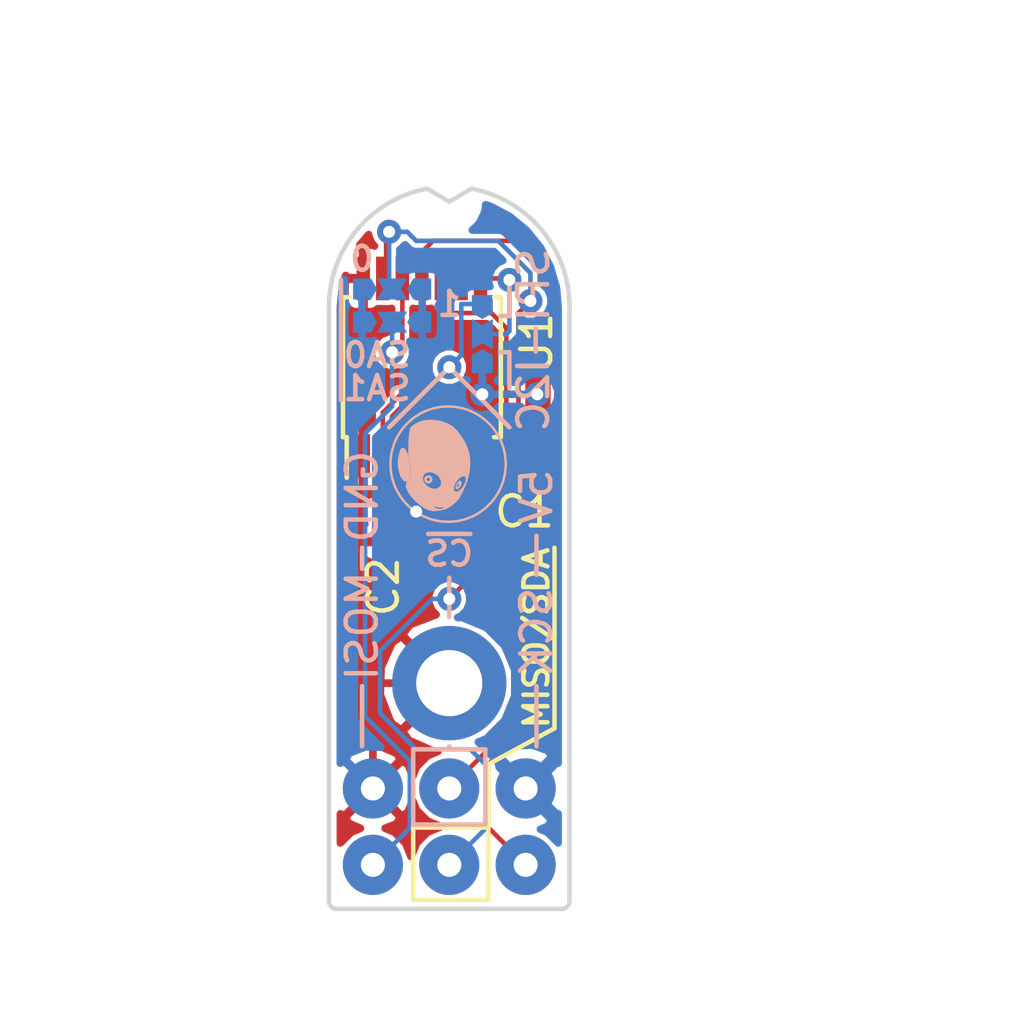
<source format=kicad_pcb>
(kicad_pcb (version 20171130) (host pcbnew 5.1.5-52549c5~84~ubuntu18.04.1)

  (general
    (thickness 1)
    (drawings 41)
    (tracks 97)
    (zones 0)
    (modules 15)
    (nets 12)
  )

  (page A4)
  (layers
    (0 F.Cu signal)
    (31 B.Cu signal)
    (32 B.Adhes user)
    (33 F.Adhes user)
    (34 B.Paste user)
    (35 F.Paste user)
    (36 B.SilkS user)
    (37 F.SilkS user)
    (38 B.Mask user)
    (39 F.Mask user)
    (40 Dwgs.User user)
    (41 Cmts.User user)
    (42 Eco1.User user)
    (43 Eco2.User user)
    (44 Edge.Cuts user)
    (45 Margin user)
    (46 B.CrtYd user)
    (47 F.CrtYd user)
    (48 B.Fab user)
    (49 F.Fab user)
  )

  (setup
    (last_trace_width 0.1524)
    (trace_clearance 0.1524)
    (zone_clearance 0.1524)
    (zone_45_only no)
    (trace_min 0.1524)
    (via_size 0.8)
    (via_drill 0.4)
    (via_min_size 0.4)
    (via_min_drill 0.3)
    (uvia_size 0.3)
    (uvia_drill 0.1)
    (uvias_allowed no)
    (uvia_min_size 0.2)
    (uvia_min_drill 0.1)
    (edge_width 0.15)
    (segment_width 0.15)
    (pcb_text_width 0.3)
    (pcb_text_size 1.5 1.5)
    (mod_edge_width 0.15)
    (mod_text_size 1 1)
    (mod_text_width 0.15)
    (pad_size 1.524 1.524)
    (pad_drill 0.762)
    (pad_to_mask_clearance 0.0762)
    (solder_mask_min_width 0.25)
    (pad_to_paste_clearance -0.0762)
    (aux_axis_origin 120 100)
    (grid_origin 120 100)
    (visible_elements 7FFFFFFF)
    (pcbplotparams
      (layerselection 0x010fc_ffffffff)
      (usegerberextensions true)
      (usegerberattributes false)
      (usegerberadvancedattributes false)
      (creategerberjobfile false)
      (excludeedgelayer true)
      (linewidth 0.100000)
      (plotframeref false)
      (viasonmask false)
      (mode 1)
      (useauxorigin false)
      (hpglpennumber 1)
      (hpglpenspeed 20)
      (hpglpendiameter 15.000000)
      (psnegative false)
      (psa4output false)
      (plotreference true)
      (plotvalue false)
      (plotinvisibletext false)
      (padsonsilk false)
      (subtractmaskfromsilk false)
      (outputformat 1)
      (mirror false)
      (drillshape 0)
      (scaleselection 1)
      (outputdirectory "grb"))
  )

  (net 0 "")
  (net 1 +5V)
  (net 2 GND)
  (net 3 "Net-(JP1-Pad2)")
  (net 4 /SA0_~CS)
  (net 5 /SA1_MOSI)
  (net 6 /SDA_MISO)
  (net 7 /SCL_SCLK)
  (net 8 "Net-(U1-Pad9)")
  (net 9 "Net-(U1-Pad6)")
  (net 10 "Net-(U1-Pad4)")
  (net 11 /BYP)

  (net_class Default "This is the default net class."
    (clearance 0.1524)
    (trace_width 0.1524)
    (via_dia 0.8)
    (via_drill 0.4)
    (uvia_dia 0.3)
    (uvia_drill 0.1)
    (add_net /BYP)
    (add_net /SA0_~CS)
    (add_net /SA1_MOSI)
    (add_net /SCL_SCLK)
    (add_net /SDA_MISO)
    (add_net "Net-(JP1-Pad2)")
    (add_net "Net-(U1-Pad4)")
    (add_net "Net-(U1-Pad6)")
    (add_net "Net-(U1-Pad9)")
  )

  (net_class PWR ""
    (clearance 0.1524)
    (trace_width 0.254)
    (via_dia 0.8)
    (via_drill 0.4)
    (uvia_dia 0.3)
    (uvia_drill 0.1)
    (add_net +5V)
    (add_net GND)
  )

  (module Connector_Wire:SolderWirePad_1x01_Drill0.8mm (layer F.Cu) (tedit 5C0054B4) (tstamp 5C0CBBFD)
    (at 126.54 96)
    (descr "Wire solder connection")
    (tags connector)
    (path /5C002FFE)
    (attr virtual)
    (fp_text reference 5V (at 0.36 -9.7 90) (layer B.SilkS)
      (effects (font (size 1 1) (thickness 0.15)) (justify mirror))
    )
    (fp_text value 5V (at 0 2.54) (layer F.Fab)
      (effects (font (size 1 1) (thickness 0.15)))
    )
    (fp_line (start 1.5 1.5) (end -1.5 1.5) (layer F.CrtYd) (width 0.05))
    (fp_line (start 1.5 1.5) (end 1.5 -1.5) (layer F.CrtYd) (width 0.05))
    (fp_line (start -1.5 -1.5) (end -1.5 1.5) (layer F.CrtYd) (width 0.05))
    (fp_line (start -1.5 -1.5) (end 1.5 -1.5) (layer F.CrtYd) (width 0.05))
    (fp_text user %R (at 0 0) (layer F.Fab)
      (effects (font (size 1 1) (thickness 0.15)))
    )
    (pad 1 thru_hole circle (at 0 0) (size 1.99898 1.99898) (drill 0.8001) (layers *.Cu *.Mask)
      (net 1 +5V))
  )

  (module Connector_Wire:SolderWirePad_1x01_Drill0.8mm (layer F.Cu) (tedit 5C005BA6) (tstamp 5C0CB564)
    (at 124 98.54)
    (descr "Wire solder connection")
    (tags connector)
    (path /5C002B43)
    (attr virtual)
    (fp_text reference MISO/SDA (at 2.9 -7.54 90) (layer F.SilkS)
      (effects (font (size 0.8 0.8) (thickness 0.15)))
    )
    (fp_text value SDA/MISO (at 0 2.54) (layer F.Fab)
      (effects (font (size 1 1) (thickness 0.15)))
    )
    (fp_line (start 1.5 1.5) (end -1.5 1.5) (layer F.CrtYd) (width 0.05))
    (fp_line (start 1.5 1.5) (end 1.5 -1.5) (layer F.CrtYd) (width 0.05))
    (fp_line (start -1.5 -1.5) (end -1.5 1.5) (layer F.CrtYd) (width 0.05))
    (fp_line (start -1.5 -1.5) (end 1.5 -1.5) (layer F.CrtYd) (width 0.05))
    (fp_text user %R (at 0 0) (layer F.Fab)
      (effects (font (size 1 1) (thickness 0.15)))
    )
    (pad 1 thru_hole circle (at 0 0) (size 1.99898 1.99898) (drill 0.8001) (layers *.Cu *.Mask)
      (net 6 /SDA_MISO))
  )

  (module Connector_Wire:SolderWirePad_1x01_Drill0.8mm (layer F.Cu) (tedit 5C00538B) (tstamp 5C0CBC39)
    (at 121.46 98.54)
    (descr "Wire solder connection")
    (tags connector)
    (path /5C002F80)
    (attr virtual)
    (fp_text reference MOSI (at -0.36 -7.94 270) (layer B.SilkS)
      (effects (font (size 1 1) (thickness 0.15)) (justify mirror))
    )
    (fp_text value MOSI (at 0 2.54) (layer F.Fab)
      (effects (font (size 1 1) (thickness 0.15)))
    )
    (fp_line (start 1.5 1.5) (end -1.5 1.5) (layer F.CrtYd) (width 0.05))
    (fp_line (start 1.5 1.5) (end 1.5 -1.5) (layer F.CrtYd) (width 0.05))
    (fp_line (start -1.5 -1.5) (end -1.5 1.5) (layer F.CrtYd) (width 0.05))
    (fp_line (start -1.5 -1.5) (end 1.5 -1.5) (layer F.CrtYd) (width 0.05))
    (fp_text user %R (at 0 0) (layer F.Fab)
      (effects (font (size 1 1) (thickness 0.15)))
    )
    (pad 1 thru_hole circle (at 0 0) (size 1.99898 1.99898) (drill 0.8001) (layers *.Cu *.Mask)
      (net 5 /SA1_MOSI))
  )

  (module Connector_Wire:SolderWirePad_1x01_Drill0.8mm (layer F.Cu) (tedit 5C005498) (tstamp 5C0CB5EB)
    (at 126.54 98.54)
    (descr "Wire solder connection")
    (tags connector)
    (path /5C002F5C)
    (attr virtual)
    (fp_text reference SCK (at 0.36 -7.74 90) (layer B.SilkS)
      (effects (font (size 1 1) (thickness 0.15)) (justify mirror))
    )
    (fp_text value SCL/K (at 0 2.54) (layer F.Fab)
      (effects (font (size 1 1) (thickness 0.15)))
    )
    (fp_line (start 1.5 1.5) (end -1.5 1.5) (layer F.CrtYd) (width 0.05))
    (fp_line (start 1.5 1.5) (end 1.5 -1.5) (layer F.CrtYd) (width 0.05))
    (fp_line (start -1.5 -1.5) (end -1.5 1.5) (layer F.CrtYd) (width 0.05))
    (fp_line (start -1.5 -1.5) (end 1.5 -1.5) (layer F.CrtYd) (width 0.05))
    (fp_text user %R (at 0 0) (layer F.Fab)
      (effects (font (size 1 1) (thickness 0.15)))
    )
    (pad 1 thru_hole circle (at 0 0) (size 1.99898 1.99898) (drill 0.8001) (layers *.Cu *.Mask)
      (net 7 /SCL_SCLK))
  )

  (module Connector_Wire:SolderWirePad_1x01_Drill0.8mm (layer F.Cu) (tedit 5C005A5A) (tstamp 5C0CBC1E)
    (at 124 96)
    (descr "Wire solder connection")
    (tags connector)
    (path /5C002FA8)
    (attr virtual)
    (fp_text reference ~CS (at 0 -7.8 180) (layer B.SilkS)
      (effects (font (size 0.8 0.8) (thickness 0.15)) (justify mirror))
    )
    (fp_text value ~CS (at 0 2.54) (layer F.Fab)
      (effects (font (size 1 1) (thickness 0.15)))
    )
    (fp_line (start 1.5 1.5) (end -1.5 1.5) (layer F.CrtYd) (width 0.05))
    (fp_line (start 1.5 1.5) (end 1.5 -1.5) (layer F.CrtYd) (width 0.05))
    (fp_line (start -1.5 -1.5) (end -1.5 1.5) (layer F.CrtYd) (width 0.05))
    (fp_line (start -1.5 -1.5) (end 1.5 -1.5) (layer F.CrtYd) (width 0.05))
    (fp_text user %R (at 0 0) (layer F.Fab)
      (effects (font (size 1 1) (thickness 0.15)))
    )
    (pad 1 thru_hole circle (at 0 0) (size 1.99898 1.99898) (drill 0.8001) (layers *.Cu *.Mask)
      (net 4 /SA0_~CS))
  )

  (module Connector_Wire:SolderWirePad_1x01_Drill0.8mm (layer F.Cu) (tedit 5C0053D0) (tstamp 5C19C751)
    (at 121.46 96)
    (descr "Wire solder connection")
    (tags connector)
    (path /5C002FD0)
    (attr virtual)
    (fp_text reference GND (at -0.36 -9.7 90) (layer B.SilkS)
      (effects (font (size 1 1) (thickness 0.15)) (justify mirror))
    )
    (fp_text value GND (at 0 2.54) (layer F.Fab)
      (effects (font (size 1 1) (thickness 0.15)))
    )
    (fp_line (start 1.5 1.5) (end -1.5 1.5) (layer F.CrtYd) (width 0.05))
    (fp_line (start 1.5 1.5) (end 1.5 -1.5) (layer F.CrtYd) (width 0.05))
    (fp_line (start -1.5 -1.5) (end -1.5 1.5) (layer F.CrtYd) (width 0.05))
    (fp_line (start -1.5 -1.5) (end 1.5 -1.5) (layer F.CrtYd) (width 0.05))
    (fp_text user %R (at 0 0) (layer F.Fab)
      (effects (font (size 1 1) (thickness 0.15)))
    )
    (pad 1 thru_hole circle (at 0 0) (size 1.99898 1.99898) (drill 0.8001) (layers *.Cu *.Mask)
      (net 2 GND))
  )

  (module Package_SO:TSSOP-14_4.4x5mm_P0.65mm (layer F.Cu) (tedit 5A02F25C) (tstamp 5C0CB58E)
    (at 123.09 82 90)
    (descr "14-Lead Plastic Thin Shrink Small Outline (ST)-4.4 mm Body [TSSOP] (see Microchip Packaging Specification 00000049BS.pdf)")
    (tags "SSOP 0.65")
    (path /5C001C2F)
    (attr smd)
    (fp_text reference U1 (at 0.8 3.81 90) (layer F.SilkS)
      (effects (font (size 1 1) (thickness 0.15)))
    )
    (fp_text value A1335LLETR-T (at 0 3.55 90) (layer F.Fab)
      (effects (font (size 1 1) (thickness 0.15)))
    )
    (fp_text user %R (at 0 0 90) (layer F.Fab)
      (effects (font (size 0.8 0.8) (thickness 0.15)))
    )
    (fp_line (start -2.325 -2.5) (end -3.675 -2.5) (layer F.SilkS) (width 0.15))
    (fp_line (start -2.325 2.625) (end 2.325 2.625) (layer F.SilkS) (width 0.15))
    (fp_line (start -2.325 -2.625) (end 2.325 -2.625) (layer F.SilkS) (width 0.15))
    (fp_line (start -2.325 2.625) (end -2.325 2.4) (layer F.SilkS) (width 0.15))
    (fp_line (start 2.325 2.625) (end 2.325 2.4) (layer F.SilkS) (width 0.15))
    (fp_line (start 2.325 -2.625) (end 2.325 -2.4) (layer F.SilkS) (width 0.15))
    (fp_line (start -2.325 -2.625) (end -2.325 -2.5) (layer F.SilkS) (width 0.15))
    (fp_line (start -3.95 2.8) (end 3.95 2.8) (layer F.CrtYd) (width 0.05))
    (fp_line (start -3.95 -2.8) (end 3.95 -2.8) (layer F.CrtYd) (width 0.05))
    (fp_line (start 3.95 -2.8) (end 3.95 2.8) (layer F.CrtYd) (width 0.05))
    (fp_line (start -3.95 -2.8) (end -3.95 2.8) (layer F.CrtYd) (width 0.05))
    (fp_line (start -2.2 -1.5) (end -1.2 -2.5) (layer F.Fab) (width 0.15))
    (fp_line (start -2.2 2.5) (end -2.2 -1.5) (layer F.Fab) (width 0.15))
    (fp_line (start 2.2 2.5) (end -2.2 2.5) (layer F.Fab) (width 0.15))
    (fp_line (start 2.2 -2.5) (end 2.2 2.5) (layer F.Fab) (width 0.15))
    (fp_line (start -1.2 -2.5) (end 2.2 -2.5) (layer F.Fab) (width 0.15))
    (pad 14 smd rect (at 2.95 -1.95 90) (size 1.45 0.45) (layers F.Cu F.Paste F.Mask)
      (net 2 GND))
    (pad 13 smd rect (at 2.95 -1.3 90) (size 1.45 0.45) (layers F.Cu F.Paste F.Mask)
      (net 4 /SA0_~CS))
    (pad 12 smd rect (at 2.95 -0.65 90) (size 1.45 0.45) (layers F.Cu F.Paste F.Mask)
      (net 5 /SA1_MOSI))
    (pad 11 smd rect (at 2.95 0 90) (size 1.45 0.45) (layers F.Cu F.Paste F.Mask)
      (net 7 /SCL_SCLK))
    (pad 10 smd rect (at 2.95 0.65 90) (size 1.45 0.45) (layers F.Cu F.Paste F.Mask)
      (net 6 /SDA_MISO))
    (pad 9 smd rect (at 2.95 1.3 90) (size 1.45 0.45) (layers F.Cu F.Paste F.Mask)
      (net 8 "Net-(U1-Pad9)"))
    (pad 8 smd rect (at 2.95 1.95 90) (size 1.45 0.45) (layers F.Cu F.Paste F.Mask)
      (net 3 "Net-(JP1-Pad2)"))
    (pad 7 smd rect (at -2.95 1.95 90) (size 1.45 0.45) (layers F.Cu F.Paste F.Mask)
      (net 2 GND))
    (pad 6 smd rect (at -2.95 1.3 90) (size 1.45 0.45) (layers F.Cu F.Paste F.Mask)
      (net 9 "Net-(U1-Pad6)"))
    (pad 5 smd rect (at -2.95 0.65 90) (size 1.45 0.45) (layers F.Cu F.Paste F.Mask)
      (net 1 +5V))
    (pad 4 smd rect (at -2.95 0 90) (size 1.45 0.45) (layers F.Cu F.Paste F.Mask)
      (net 10 "Net-(U1-Pad4)"))
    (pad 3 smd rect (at -2.95 -0.65 90) (size 1.45 0.45) (layers F.Cu F.Paste F.Mask)
      (net 2 GND))
    (pad 2 smd rect (at -2.95 -1.3 90) (size 1.45 0.45) (layers F.Cu F.Paste F.Mask)
      (net 11 /BYP))
    (pad 1 smd rect (at -2.95 -1.95 90) (size 1.45 0.45) (layers F.Cu F.Paste F.Mask)
      (net 2 GND))
    (model ${KISYS3DMOD}/Package_SO.3dshapes/TSSOP-14_4.4x5mm_P0.65mm.wrl
      (at (xyz 0 0 0))
      (scale (xyz 1 1 1))
      (rotate (xyz 0 0 0))
    )
  )

  (module Roboy_mod:Roboy_text_5.5mm locked (layer B.Cu) (tedit 5A78DFAB) (tstamp 5C0CBB89)
    (at 124 78 180)
    (fp_text reference G*** (at 0 2.54 180) (layer B.SilkS) hide
      (effects (font (size 1 1) (thickness 0.15)) (justify mirror))
    )
    (fp_text value LOGO (at 0 -2.54 180) (layer B.SilkS) hide
      (effects (font (size 1.524 1.524) (thickness 0.3)) (justify mirror))
    )
    (fp_poly (pts (xy -0.819536 0.212563) (xy -0.796275 0.211185) (xy -0.775263 0.2085) (xy -0.761374 0.205954)
      (xy -0.697617 0.188232) (xy -0.638477 0.161922) (xy -0.584795 0.127475) (xy -0.53848 0.086449)
      (xy -0.498879 0.038391) (xy -0.46705 -0.015013) (xy -0.442989 -0.0726) (xy -0.426692 -0.133207)
      (xy -0.418155 -0.19567) (xy -0.417372 -0.258826) (xy -0.424339 -0.321511) (xy -0.439051 -0.382562)
      (xy -0.461505 -0.440815) (xy -0.491694 -0.495106) (xy -0.529615 -0.544273) (xy -0.54102 -0.556357)
      (xy -0.590156 -0.59921) (xy -0.644418 -0.633308) (xy -0.703562 -0.658521) (xy -0.760842 -0.673523)
      (xy -0.785818 -0.6769) (xy -0.817283 -0.679082) (xy -0.852366 -0.680076) (xy -0.8882 -0.679885)
      (xy -0.921915 -0.678515) (xy -0.950644 -0.67597) (xy -0.96774 -0.673174) (xy -1.031684 -0.654532)
      (xy -1.089301 -0.628156) (xy -1.14121 -0.593729) (xy -1.169168 -0.569739) (xy -1.213686 -0.521872)
      (xy -1.249281 -0.469956) (xy -1.276139 -0.413532) (xy -1.294449 -0.352142) (xy -1.304397 -0.285327)
      (xy -1.30646 -0.234324) (xy -1.134864 -0.234324) (xy -1.133827 -0.271399) (xy -1.130801 -0.305373)
      (xy -1.126173 -0.331435) (xy -1.108977 -0.382627) (xy -1.084296 -0.42778) (xy -1.052719 -0.46626)
      (xy -1.014833 -0.497433) (xy -0.971228 -0.520663) (xy -0.941369 -0.530856) (xy -0.918828 -0.534985)
      (xy -0.889946 -0.537351) (xy -0.858118 -0.537966) (xy -0.826741 -0.536839) (xy -0.799213 -0.533981)
      (xy -0.781973 -0.530375) (xy -0.735038 -0.511635) (xy -0.693519 -0.484953) (xy -0.658423 -0.451183)
      (xy -0.630758 -0.411182) (xy -0.622632 -0.395029) (xy -0.610675 -0.366918) (xy -0.602162 -0.341407)
      (xy -0.596565 -0.315686) (xy -0.593358 -0.286944) (xy -0.592013 -0.252371) (xy -0.591874 -0.23114)
      (xy -0.592162 -0.200068) (xy -0.59317 -0.176427) (xy -0.595192 -0.157496) (xy -0.598526 -0.140555)
      (xy -0.603468 -0.122883) (xy -0.603766 -0.12192) (xy -0.623994 -0.070186) (xy -0.65012 -0.026624)
      (xy -0.682432 0.009063) (xy -0.721215 0.037173) (xy -0.766757 0.058003) (xy -0.781973 0.062934)
      (xy -0.805348 0.067581) (xy -0.835159 0.070248) (xy -0.867874 0.070917) (xy -0.89996 0.06957)
      (xy -0.927884 0.066188) (xy -0.939135 0.06374) (xy -0.987025 0.04614) (xy -1.028694 0.020534)
      (xy -1.064058 -0.012991) (xy -1.093035 -0.054344) (xy -1.115542 -0.103438) (xy -1.126062 -0.13716)
      (xy -1.13098 -0.163938) (xy -1.133914 -0.197415) (xy -1.134864 -0.234324) (xy -1.30646 -0.234324)
      (xy -1.306487 -0.23368) (xy -1.302479 -0.162883) (xy -1.290309 -0.097884) (xy -1.269755 -0.038147)
      (xy -1.240599 0.016867) (xy -1.20262 0.067695) (xy -1.168448 0.103171) (xy -1.143206 0.125423)
      (xy -1.118903 0.14307) (xy -1.091201 0.159098) (xy -1.075777 0.166917) (xy -1.044194 0.18181)
      (xy -1.016905 0.192865) (xy -0.991186 0.200719) (xy -0.96431 0.206009) (xy -0.933552 0.209372)
      (xy -0.896187 0.211446) (xy -0.883294 0.211912) (xy -0.847668 0.212763) (xy -0.819536 0.212563)) (layer B.Mask) (width 0.01))
    (fp_poly (pts (xy 0.933064 0.212563) (xy 0.956325 0.211185) (xy 0.977337 0.2085) (xy 0.991226 0.205954)
      (xy 1.054983 0.188232) (xy 1.114123 0.161922) (xy 1.167805 0.127475) (xy 1.21412 0.086449)
      (xy 1.253721 0.038391) (xy 1.28555 -0.015013) (xy 1.309611 -0.0726) (xy 1.325908 -0.133207)
      (xy 1.334445 -0.19567) (xy 1.335228 -0.258826) (xy 1.328261 -0.321511) (xy 1.313549 -0.382562)
      (xy 1.291095 -0.440815) (xy 1.260906 -0.495106) (xy 1.222985 -0.544273) (xy 1.21158 -0.556357)
      (xy 1.162444 -0.59921) (xy 1.108182 -0.633308) (xy 1.049038 -0.658521) (xy 0.991758 -0.673523)
      (xy 0.966782 -0.6769) (xy 0.935317 -0.679082) (xy 0.900234 -0.680076) (xy 0.8644 -0.679885)
      (xy 0.830685 -0.678515) (xy 0.801956 -0.67597) (xy 0.78486 -0.673174) (xy 0.720916 -0.654532)
      (xy 0.663299 -0.628156) (xy 0.61139 -0.593729) (xy 0.583432 -0.569739) (xy 0.538914 -0.521872)
      (xy 0.503319 -0.469956) (xy 0.476461 -0.413532) (xy 0.458151 -0.352142) (xy 0.448203 -0.285327)
      (xy 0.44614 -0.234324) (xy 0.617736 -0.234324) (xy 0.618773 -0.271399) (xy 0.621799 -0.305373)
      (xy 0.626427 -0.331435) (xy 0.643623 -0.382627) (xy 0.668304 -0.42778) (xy 0.699881 -0.46626)
      (xy 0.737767 -0.497433) (xy 0.781372 -0.520663) (xy 0.811231 -0.530856) (xy 0.833772 -0.534985)
      (xy 0.862654 -0.537351) (xy 0.894482 -0.537966) (xy 0.925859 -0.536839) (xy 0.953387 -0.533981)
      (xy 0.970627 -0.530375) (xy 1.017562 -0.511635) (xy 1.059081 -0.484953) (xy 1.094177 -0.451183)
      (xy 1.121842 -0.411182) (xy 1.129968 -0.395029) (xy 1.141925 -0.366918) (xy 1.150438 -0.341407)
      (xy 1.156035 -0.315686) (xy 1.159242 -0.286944) (xy 1.160587 -0.252371) (xy 1.160726 -0.23114)
      (xy 1.160438 -0.200068) (xy 1.15943 -0.176427) (xy 1.157408 -0.157496) (xy 1.154074 -0.140555)
      (xy 1.149132 -0.122883) (xy 1.148834 -0.12192) (xy 1.128606 -0.070186) (xy 1.10248 -0.026624)
      (xy 1.070168 0.009063) (xy 1.031385 0.037173) (xy 0.985843 0.058003) (xy 0.970627 0.062934)
      (xy 0.947252 0.067581) (xy 0.917441 0.070248) (xy 0.884726 0.070917) (xy 0.85264 0.06957)
      (xy 0.824716 0.066188) (xy 0.813465 0.06374) (xy 0.765575 0.04614) (xy 0.723906 0.020534)
      (xy 0.688542 -0.012991) (xy 0.659565 -0.054344) (xy 0.637058 -0.103438) (xy 0.626538 -0.13716)
      (xy 0.62162 -0.163938) (xy 0.618686 -0.197415) (xy 0.617736 -0.234324) (xy 0.44614 -0.234324)
      (xy 0.446113 -0.23368) (xy 0.450121 -0.162883) (xy 0.462291 -0.097884) (xy 0.482845 -0.038147)
      (xy 0.512001 0.016867) (xy 0.54998 0.067695) (xy 0.584152 0.103171) (xy 0.609394 0.125423)
      (xy 0.633697 0.14307) (xy 0.661399 0.159098) (xy 0.676823 0.166917) (xy 0.708406 0.18181)
      (xy 0.735695 0.192865) (xy 0.761414 0.200719) (xy 0.78829 0.206009) (xy 0.819048 0.209372)
      (xy 0.856413 0.211446) (xy 0.869306 0.211912) (xy 0.904932 0.212763) (xy 0.933064 0.212563)) (layer B.Mask) (width 0.01))
    (fp_poly (pts (xy -1.82499 0.201857) (xy -1.772225 0.201239) (xy -1.728404 0.20054) (xy -1.692313 0.199605)
      (xy -1.662737 0.198278) (xy -1.638461 0.1964) (xy -1.61827 0.193817) (xy -1.60095 0.190371)
      (xy -1.585284 0.185906) (xy -1.570059 0.180266) (xy -1.554059 0.173294) (xy -1.53607 0.164834)
      (xy -1.535529 0.164575) (xy -1.494843 0.139873) (xy -1.461611 0.108376) (xy -1.436142 0.070513)
      (xy -1.418749 0.026716) (xy -1.411588 -0.006949) (xy -1.408667 -0.059377) (xy -1.415153 -0.109388)
      (xy -1.43054 -0.156057) (xy -1.454324 -0.198456) (xy -1.485999 -0.235659) (xy -1.525059 -0.266742)
      (xy -1.565103 -0.288279) (xy -1.593506 -0.300686) (xy -1.571916 -0.321793) (xy -1.565776 -0.329094)
      (xy -1.554955 -0.343337) (xy -1.540208 -0.363439) (xy -1.522285 -0.38832) (xy -1.501942 -0.416897)
      (xy -1.47993 -0.448087) (xy -1.457002 -0.48081) (xy -1.433911 -0.513984) (xy -1.411411 -0.546525)
      (xy -1.390254 -0.577353) (xy -1.371193 -0.605386) (xy -1.354982 -0.629541) (xy -1.342372 -0.648736)
      (xy -1.334117 -0.66189) (xy -1.33097 -0.667921) (xy -1.33096 -0.66803) (xy -1.335711 -0.669446)
      (xy -1.348675 -0.670376) (xy -1.367918 -0.670858) (xy -1.391505 -0.670927) (xy -1.417503 -0.67062)
      (xy -1.443979 -0.669974) (xy -1.468997 -0.669024) (xy -1.490625 -0.667807) (xy -1.506928 -0.66636)
      (xy -1.515972 -0.664718) (xy -1.51641 -0.664542) (xy -1.523314 -0.658404) (xy -1.5352 -0.643986)
      (xy -1.552109 -0.621228) (xy -1.574081 -0.590072) (xy -1.601158 -0.550458) (xy -1.633381 -0.502328)
      (xy -1.670789 -0.445623) (xy -1.710534 -0.384733) (xy -1.72268 -0.367343) (xy -1.734457 -0.352648)
      (xy -1.743631 -0.343402) (xy -1.744845 -0.342521) (xy -1.75708 -0.337915) (xy -1.777484 -0.334156)
      (xy -1.80297 -0.331686) (xy -1.84912 -0.328696) (xy -1.84912 -0.67056) (xy -2.01676 -0.67056)
      (xy -2.01676 -0.214445) (xy -1.84912 -0.214445) (xy -1.77165 -0.212242) (xy -1.739758 -0.211121)
      (xy -1.715796 -0.209648) (xy -1.697534 -0.207534) (xy -1.682743 -0.204491) (xy -1.669191 -0.200229)
      (xy -1.664174 -0.198336) (xy -1.630333 -0.180383) (xy -1.604404 -0.156091) (xy -1.5865 -0.125636)
      (xy -1.576735 -0.089191) (xy -1.5748 -0.060965) (xy -1.57938 -0.024409) (xy -1.592606 0.007482)
      (xy -1.613707 0.03375) (xy -1.641912 0.053434) (xy -1.676449 0.065576) (xy -1.676528 0.065593)
      (xy -1.691141 0.067854) (xy -1.713185 0.070187) (xy -1.739937 0.072352) (xy -1.768672 0.074104)
      (xy -1.775671 0.074441) (xy -1.84912 0.077778) (xy -1.84912 -0.214445) (xy -2.01676 -0.214445)
      (xy -2.01676 0.203955) (xy -1.82499 0.201857)) (layer B.Mask) (width 0.01))
    (fp_poly (pts (xy -0.08509 0.201961) (xy -0.033169 0.201481) (xy 0.009682 0.201005) (xy 0.044554 0.200475)
      (xy 0.072535 0.199832) (xy 0.094716 0.199017) (xy 0.112187 0.197971) (xy 0.126037 0.196636)
      (xy 0.137357 0.194952) (xy 0.147237 0.192861) (xy 0.156766 0.190304) (xy 0.162543 0.188589)
      (xy 0.211002 0.170059) (xy 0.251664 0.146278) (xy 0.284075 0.117595) (xy 0.307776 0.084355)
      (xy 0.312593 0.074709) (xy 0.325381 0.037069) (xy 0.331614 -0.003799) (xy 0.331315 -0.045135)
      (xy 0.324505 -0.084178) (xy 0.311206 -0.118168) (xy 0.311071 -0.118417) (xy 0.292348 -0.144959)
      (xy 0.266593 -0.17056) (xy 0.236778 -0.192532) (xy 0.217088 -0.203377) (xy 0.201574 -0.210934)
      (xy 0.194222 -0.215451) (xy 0.193967 -0.218143) (xy 0.199746 -0.220223) (xy 0.201848 -0.22075)
      (xy 0.229196 -0.230219) (xy 0.258473 -0.244828) (xy 0.28597 -0.262414) (xy 0.307975 -0.280819)
      (xy 0.311619 -0.284663) (xy 0.331909 -0.311269) (xy 0.345432 -0.339466) (xy 0.353041 -0.371755)
      (xy 0.355589 -0.410636) (xy 0.3556 -0.413757) (xy 0.351482 -0.465496) (xy 0.339055 -0.511573)
      (xy 0.318203 -0.552142) (xy 0.288811 -0.587353) (xy 0.250767 -0.61736) (xy 0.203955 -0.642312)
      (xy 0.174701 -0.65384) (xy 0.13462 -0.668007) (xy -0.29464 -0.671161) (xy -0.29464 -0.28956)
      (xy -0.127 -0.28956) (xy -0.127 -0.545078) (xy -0.02413 -0.542172) (xy 0.015108 -0.54085)
      (xy 0.045743 -0.539277) (xy 0.069331 -0.537312) (xy 0.087427 -0.534808) (xy 0.101588 -0.531625)
      (xy 0.10649 -0.530132) (xy 0.134643 -0.516657) (xy 0.155541 -0.500529) (xy 0.174775 -0.475824)
      (xy 0.18675 -0.447062) (xy 0.191555 -0.416273) (xy 0.189277 -0.385491) (xy 0.180002 -0.356748)
      (xy 0.163819 -0.332075) (xy 0.147693 -0.317803) (xy 0.132135 -0.308584) (xy 0.114487 -0.301488)
      (xy 0.093283 -0.296282) (xy 0.067056 -0.292732) (xy 0.034339 -0.290603) (xy -0.006335 -0.28966)
      (xy -0.029008 -0.28956) (xy -0.127 -0.28956) (xy -0.29464 -0.28956) (xy -0.29464 -0.174318)
      (xy -0.127 -0.174318) (xy -0.03683 -0.171156) (xy 0.001489 -0.16938) (xy 0.03414 -0.166993)
      (xy 0.05968 -0.164128) (xy 0.076665 -0.160918) (xy 0.077963 -0.160546) (xy 0.111808 -0.146693)
      (xy 0.136908 -0.127946) (xy 0.15373 -0.1037) (xy 0.16274 -0.073347) (xy 0.16465 -0.04785)
      (xy 0.163782 -0.02451) (xy 0.160272 -0.006495) (xy 0.153149 0.010894) (xy 0.152032 0.01311)
      (xy 0.140552 0.030603) (xy 0.125157 0.044804) (xy 0.104898 0.055982) (xy 0.078829 0.064405)
      (xy 0.046003 0.070342) (xy 0.005472 0.074062) (xy -0.043711 0.075834) (xy -0.06985 0.076069)
      (xy -0.127 0.0762) (xy -0.127 -0.174318) (xy -0.29464 -0.174318) (xy -0.29464 0.203814)
      (xy -0.08509 0.201961)) (layer B.Mask) (width 0.01))
    (fp_poly (pts (xy 1.500155 0.188988) (xy 1.505398 0.181573) (xy 1.514708 0.166373) (xy 1.527427 0.144596)
      (xy 1.542896 0.117451) (xy 1.560454 0.086147) (xy 1.579444 0.05189) (xy 1.599204 0.015891)
      (xy 1.619078 -0.020644) (xy 1.638404 -0.056505) (xy 1.656524 -0.090484) (xy 1.672779 -0.121372)
      (xy 1.686508 -0.147963) (xy 1.697054 -0.169046) (xy 1.703757 -0.183414) (xy 1.705037 -0.186538)
      (xy 1.71062 -0.199472) (xy 1.715223 -0.207257) (xy 1.716599 -0.20828) (xy 1.720101 -0.203987)
      (xy 1.726179 -0.192721) (xy 1.733532 -0.176899) (xy 1.733694 -0.17653) (xy 1.741609 -0.159493)
      (xy 1.753101 -0.136303) (xy 1.767531 -0.108133) (xy 1.784255 -0.076158) (xy 1.802632 -0.041551)
      (xy 1.822021 -0.005487) (xy 1.84178 0.03086) (xy 1.861269 0.066315) (xy 1.879844 0.099705)
      (xy 1.896865 0.129855) (xy 1.911691 0.155591) (xy 1.923679 0.175739) (xy 1.932188 0.189124)
      (xy 1.936368 0.194439) (xy 1.941921 0.197794) (xy 1.949264 0.200148) (xy 1.960032 0.201629)
      (xy 1.975862 0.202367) (xy 1.99839 0.202489) (xy 2.029253 0.202124) (xy 2.03331 0.202059)
      (xy 2.118214 0.20066) (xy 1.958267 -0.070689) (xy 1.79832 -0.342039) (xy 1.79832 -0.67056)
      (xy 1.63068 -0.67056) (xy 1.63068 -0.335098) (xy 1.4732 -0.068742) (xy 1.44517 -0.021289)
      (xy 1.418736 0.023549) (xy 1.394342 0.065012) (xy 1.372433 0.102341) (xy 1.353454 0.134774)
      (xy 1.33785 0.161553) (xy 1.326064 0.181917) (xy 1.318542 0.195106) (xy 1.315729 0.20036)
      (xy 1.31572 0.200407) (xy 1.320523 0.201328) (xy 1.333827 0.202122) (xy 1.353975 0.202733)
      (xy 1.379306 0.203107) (xy 1.401129 0.2032) (xy 1.486539 0.2032) (xy 1.500155 0.188988)) (layer B.Mask) (width 0.01))
  )

  (module Roboy_mod:The_0402_FP (layer F.Cu) (tedit 5A981177) (tstamp 5C0CBCC9)
    (at 124.3 86.8 180)
    (path /5BFFF173)
    (attr smd)
    (fp_text reference C1 (at -2.2 0 180) (layer F.SilkS)
      (effects (font (size 1 1) (thickness 0.15)))
    )
    (fp_text value 100n (at 0 1.65 180) (layer F.Fab)
      (effects (font (size 1 1) (thickness 0.15)))
    )
    (fp_line (start -0.95 -0.5) (end 0.95 -0.5) (layer F.CrtYd) (width 0.05))
    (fp_line (start 0.95 -0.5) (end 0.95 0.5) (layer F.CrtYd) (width 0.05))
    (fp_line (start 0.95 0.5) (end -0.95 0.5) (layer F.CrtYd) (width 0.05))
    (fp_line (start -0.95 0.5) (end -0.95 -0.5) (layer F.CrtYd) (width 0.05))
    (fp_line (start -0.5 -0.25) (end 0.5 -0.25) (layer F.Fab) (width 0.1))
    (fp_line (start 0.5 -0.25) (end 0.5 0.25) (layer F.Fab) (width 0.1))
    (fp_line (start 0.5 0.25) (end -0.5 0.25) (layer F.Fab) (width 0.1))
    (fp_line (start -0.5 0.25) (end -0.5 -0.25) (layer F.Fab) (width 0.1))
    (pad 1 smd rect (at -0.5 0 180) (size 0.6 0.7) (layers F.Cu F.Paste F.Mask)
      (net 2 GND))
    (pad 2 smd rect (at 0.5 0 180) (size 0.6 0.7) (layers F.Cu F.Paste F.Mask)
      (net 1 +5V))
  )

  (module Roboy_mod:The_0402_FP (layer F.Cu) (tedit 5A981177) (tstamp 5C0CBBCA)
    (at 121.8 87.3 270)
    (path /5C001DE2)
    (attr smd)
    (fp_text reference C2 (at 2 0 90) (layer F.SilkS)
      (effects (font (size 1 1) (thickness 0.15)))
    )
    (fp_text value 100n (at 0 1.65 270) (layer F.Fab)
      (effects (font (size 1 1) (thickness 0.15)))
    )
    (fp_line (start -0.95 -0.5) (end 0.95 -0.5) (layer F.CrtYd) (width 0.05))
    (fp_line (start 0.95 -0.5) (end 0.95 0.5) (layer F.CrtYd) (width 0.05))
    (fp_line (start 0.95 0.5) (end -0.95 0.5) (layer F.CrtYd) (width 0.05))
    (fp_line (start -0.95 0.5) (end -0.95 -0.5) (layer F.CrtYd) (width 0.05))
    (fp_line (start -0.5 -0.25) (end 0.5 -0.25) (layer F.Fab) (width 0.1))
    (fp_line (start 0.5 -0.25) (end 0.5 0.25) (layer F.Fab) (width 0.1))
    (fp_line (start 0.5 0.25) (end -0.5 0.25) (layer F.Fab) (width 0.1))
    (fp_line (start -0.5 0.25) (end -0.5 -0.25) (layer F.Fab) (width 0.1))
    (pad 1 smd rect (at -0.5 0 270) (size 0.6 0.7) (layers F.Cu F.Paste F.Mask)
      (net 11 /BYP))
    (pad 2 smd rect (at 0.5 0 270) (size 0.6 0.7) (layers F.Cu F.Paste F.Mask)
      (net 2 GND))
  )

  (module Roboy_mod:Roboy_Logo_F.SilkS locked (layer B.Cu) (tedit 5990F577) (tstamp 5C0CB7B7)
    (at 124 85.2 180)
    (descr "Imported from ../../Pictures/RoboyLogo.svg")
    (tags svg2mod)
    (attr smd)
    (fp_text reference svg2mod (at 0 4.986359 180) (layer B.SilkS) hide
      (effects (font (size 1.524 1.524) (thickness 0.3048)) (justify mirror))
    )
    (fp_text value G*** (at 0 -4.986359 180) (layer B.SilkS) hide
      (effects (font (size 1.524 1.524) (thickness 0.3048)) (justify mirror))
    )
    (fp_line (start -0.092644 -1.933645) (end -0.092644 -1.933631) (layer B.SilkS) (width 0.077506))
    (fp_line (start -0.074405 -1.934663) (end -0.092644 -1.933645) (layer B.SilkS) (width 0.077506))
    (fp_line (start -0.051507 -1.93537) (end -0.074405 -1.934663) (layer B.SilkS) (width 0.077506))
    (fp_line (start -0.024877 -1.93578) (end -0.051507 -1.93537) (layer B.SilkS) (width 0.077506))
    (fp_line (start 0.004555 -1.935908) (end -0.024877 -1.93578) (layer B.SilkS) (width 0.077506))
    (fp_line (start 0.03586 -1.935769) (end 0.004555 -1.935908) (layer B.SilkS) (width 0.077506))
    (fp_line (start 0.06811 -1.935378) (end 0.03586 -1.935769) (layer B.SilkS) (width 0.077506))
    (fp_line (start 0.100375 -1.934748) (end 0.06811 -1.935378) (layer B.SilkS) (width 0.077506))
    (fp_line (start 0.131725 -1.933894) (end 0.100375 -1.934748) (layer B.SilkS) (width 0.077506))
    (fp_line (start 0.161234 -1.932832) (end 0.131725 -1.933894) (layer B.SilkS) (width 0.077506))
    (fp_line (start 0.18797 -1.931575) (end 0.161234 -1.932832) (layer B.SilkS) (width 0.077506))
    (fp_line (start 0.211006 -1.930139) (end 0.18797 -1.931575) (layer B.SilkS) (width 0.077506))
    (fp_line (start 0.229411 -1.928537) (end 0.211006 -1.930139) (layer B.SilkS) (width 0.077506))
    (fp_line (start 0.257167 -1.925407) (end 0.229411 -1.928537) (layer B.SilkS) (width 0.077506))
    (fp_line (start 0.284794 -1.921915) (end 0.257167 -1.925407) (layer B.SilkS) (width 0.077506))
    (fp_line (start 0.312293 -1.918061) (end 0.284794 -1.921915) (layer B.SilkS) (width 0.077506))
    (fp_line (start 0.339662 -1.913847) (end 0.312293 -1.918061) (layer B.SilkS) (width 0.077506))
    (fp_line (start 0.366898 -1.909273) (end 0.339662 -1.913847) (layer B.SilkS) (width 0.077506))
    (fp_line (start 0.394 -1.904339) (end 0.366898 -1.909273) (layer B.SilkS) (width 0.077506))
    (fp_line (start 0.420966 -1.899046) (end 0.394 -1.904339) (layer B.SilkS) (width 0.077506))
    (fp_line (start 0.447795 -1.893396) (end 0.420966 -1.899046) (layer B.SilkS) (width 0.077506))
    (fp_line (start 0.474485 -1.887389) (end 0.447795 -1.893396) (layer B.SilkS) (width 0.077506))
    (fp_line (start 0.501035 -1.881025) (end 0.474485 -1.887389) (layer B.SilkS) (width 0.077506))
    (fp_line (start 0.527442 -1.874305) (end 0.501035 -1.881025) (layer B.SilkS) (width 0.077506))
    (fp_line (start 0.553705 -1.86723) (end 0.527442 -1.874305) (layer B.SilkS) (width 0.077506))
    (fp_line (start 0.579822 -1.859801) (end 0.553705 -1.86723) (layer B.SilkS) (width 0.077506))
    (fp_line (start 0.605792 -1.852018) (end 0.579822 -1.859801) (layer B.SilkS) (width 0.077506))
    (fp_line (start 0.631613 -1.843882) (end 0.605792 -1.852018) (layer B.SilkS) (width 0.077506))
    (fp_line (start 0.657284 -1.835393) (end 0.631613 -1.843882) (layer B.SilkS) (width 0.077506))
    (fp_line (start 0.682802 -1.826553) (end 0.657284 -1.835393) (layer B.SilkS) (width 0.077506))
    (fp_line (start 0.708166 -1.817362) (end 0.682802 -1.826553) (layer B.SilkS) (width 0.077506))
    (fp_line (start 0.733375 -1.807821) (end 0.708166 -1.817362) (layer B.SilkS) (width 0.077506))
    (fp_line (start 0.758426 -1.79793) (end 0.733375 -1.807821) (layer B.SilkS) (width 0.077506))
    (fp_line (start 0.783318 -1.787691) (end 0.758426 -1.79793) (layer B.SilkS) (width 0.077506))
    (fp_line (start 0.808049 -1.777103) (end 0.783318 -1.787691) (layer B.SilkS) (width 0.077506))
    (fp_line (start 0.832618 -1.766168) (end 0.808049 -1.777103) (layer B.SilkS) (width 0.077506))
    (fp_line (start 0.857023 -1.754886) (end 0.832618 -1.766168) (layer B.SilkS) (width 0.077506))
    (fp_line (start 0.881262 -1.743258) (end 0.857023 -1.754886) (layer B.SilkS) (width 0.077506))
    (fp_line (start 0.905334 -1.731285) (end 0.881262 -1.743258) (layer B.SilkS) (width 0.077506))
    (fp_line (start 0.929237 -1.718968) (end 0.905334 -1.731285) (layer B.SilkS) (width 0.077506))
    (fp_line (start 0.952969 -1.706306) (end 0.929237 -1.718968) (layer B.SilkS) (width 0.077506))
    (fp_line (start 0.976529 -1.693301) (end 0.952969 -1.706306) (layer B.SilkS) (width 0.077506))
    (fp_line (start 0.999914 -1.679954) (end 0.976529 -1.693301) (layer B.SilkS) (width 0.077506))
    (fp_line (start 1.023124 -1.666264) (end 0.999914 -1.679954) (layer B.SilkS) (width 0.077506))
    (fp_line (start 1.046157 -1.652234) (end 1.023124 -1.666264) (layer B.SilkS) (width 0.077506))
    (fp_line (start 1.06901 -1.637863) (end 1.046157 -1.652234) (layer B.SilkS) (width 0.077506))
    (fp_line (start 1.091683 -1.623153) (end 1.06901 -1.637863) (layer B.SilkS) (width 0.077506))
    (fp_line (start 1.114173 -1.608103) (end 1.091683 -1.623153) (layer B.SilkS) (width 0.077506))
    (fp_line (start 1.13648 -1.592715) (end 1.114173 -1.608103) (layer B.SilkS) (width 0.077506))
    (fp_line (start 1.1586 -1.57699) (end 1.13648 -1.592715) (layer B.SilkS) (width 0.077506))
    (fp_line (start 1.180533 -1.560927) (end 1.1586 -1.57699) (layer B.SilkS) (width 0.077506))
    (fp_line (start 1.202277 -1.544529) (end 1.180533 -1.560927) (layer B.SilkS) (width 0.077506))
    (fp_line (start 1.22383 -1.527794) (end 1.202277 -1.544529) (layer B.SilkS) (width 0.077506))
    (fp_line (start 1.245191 -1.510726) (end 1.22383 -1.527794) (layer B.SilkS) (width 0.077506))
    (fp_line (start 1.266358 -1.493322) (end 1.245191 -1.510726) (layer B.SilkS) (width 0.077506))
    (fp_line (start 1.287313 -1.475585) (end 1.266358 -1.493322) (layer B.SilkS) (width 0.077506))
    (fp_line (start 1.308009 -1.457537) (end 1.287313 -1.475585) (layer B.SilkS) (width 0.077506))
    (fp_line (start 1.328442 -1.439186) (end 1.308009 -1.457537) (layer B.SilkS) (width 0.077506))
    (fp_line (start 1.348609 -1.420536) (end 1.328442 -1.439186) (layer B.SilkS) (width 0.077506))
    (fp_line (start 1.368506 -1.401592) (end 1.348609 -1.420536) (layer B.SilkS) (width 0.077506))
    (fp_line (start 1.388131 -1.38236) (end 1.368506 -1.401592) (layer B.SilkS) (width 0.077506))
    (fp_line (start 1.407479 -1.362844) (end 1.388131 -1.38236) (layer B.SilkS) (width 0.077506))
    (fp_line (start 1.426547 -1.343051) (end 1.407479 -1.362844) (layer B.SilkS) (width 0.077506))
    (fp_line (start 1.445331 -1.322984) (end 1.426547 -1.343051) (layer B.SilkS) (width 0.077506))
    (fp_line (start 1.463829 -1.30265) (end 1.445331 -1.322984) (layer B.SilkS) (width 0.077506))
    (fp_line (start 1.482036 -1.282054) (end 1.463829 -1.30265) (layer B.SilkS) (width 0.077506))
    (fp_line (start 1.499949 -1.2612) (end 1.482036 -1.282054) (layer B.SilkS) (width 0.077506))
    (fp_line (start 1.517564 -1.240095) (end 1.499949 -1.2612) (layer B.SilkS) (width 0.077506))
    (fp_line (start 1.534879 -1.218742) (end 1.517564 -1.240095) (layer B.SilkS) (width 0.077506))
    (fp_line (start 1.551889 -1.197148) (end 1.534879 -1.218742) (layer B.SilkS) (width 0.077506))
    (fp_line (start 1.568592 -1.175318) (end 1.551889 -1.197148) (layer B.SilkS) (width 0.077506))
    (fp_line (start 1.584983 -1.153256) (end 1.568592 -1.175318) (layer B.SilkS) (width 0.077506))
    (fp_line (start 1.601059 -1.130969) (end 1.584983 -1.153256) (layer B.SilkS) (width 0.077506))
    (fp_line (start 1.616816 -1.108461) (end 1.601059 -1.130969) (layer B.SilkS) (width 0.077506))
    (fp_line (start 1.632252 -1.085737) (end 1.616816 -1.108461) (layer B.SilkS) (width 0.077506))
    (fp_line (start 1.647363 -1.062803) (end 1.632252 -1.085737) (layer B.SilkS) (width 0.077506))
    (fp_line (start 1.662145 -1.039664) (end 1.647363 -1.062803) (layer B.SilkS) (width 0.077506))
    (fp_line (start 1.676594 -1.016325) (end 1.662145 -1.039664) (layer B.SilkS) (width 0.077506))
    (fp_line (start 1.690708 -0.992791) (end 1.676594 -1.016325) (layer B.SilkS) (width 0.077506))
    (fp_line (start 1.704482 -0.969068) (end 1.690708 -0.992791) (layer B.SilkS) (width 0.077506))
    (fp_line (start 1.717914 -0.945161) (end 1.704482 -0.969068) (layer B.SilkS) (width 0.077506))
    (fp_line (start 1.730999 -0.921074) (end 1.717914 -0.945161) (layer B.SilkS) (width 0.077506))
    (fp_line (start 1.743735 -0.896814) (end 1.730999 -0.921074) (layer B.SilkS) (width 0.077506))
    (fp_line (start 1.756117 -0.872385) (end 1.743735 -0.896814) (layer B.SilkS) (width 0.077506))
    (fp_line (start 1.768143 -0.847793) (end 1.756117 -0.872385) (layer B.SilkS) (width 0.077506))
    (fp_line (start 1.779809 -0.823042) (end 1.768143 -0.847793) (layer B.SilkS) (width 0.077506))
    (fp_line (start 1.791111 -0.798138) (end 1.779809 -0.823042) (layer B.SilkS) (width 0.077506))
    (fp_line (start 1.802046 -0.773087) (end 1.791111 -0.798138) (layer B.SilkS) (width 0.077506))
    (fp_line (start 1.81261 -0.747893) (end 1.802046 -0.773087) (layer B.SilkS) (width 0.077506))
    (fp_line (start 1.8228 -0.722562) (end 1.81261 -0.747893) (layer B.SilkS) (width 0.077506))
    (fp_line (start 1.832612 -0.697098) (end 1.8228 -0.722562) (layer B.SilkS) (width 0.077506))
    (fp_line (start 1.842044 -0.671508) (end 1.832612 -0.697098) (layer B.SilkS) (width 0.077506))
    (fp_line (start 1.85109 -0.645796) (end 1.842044 -0.671508) (layer B.SilkS) (width 0.077506))
    (fp_line (start 1.859749 -0.619967) (end 1.85109 -0.645796) (layer B.SilkS) (width 0.077506))
    (fp_line (start 1.868016 -0.594027) (end 1.859749 -0.619967) (layer B.SilkS) (width 0.077506))
    (fp_line (start 1.876024 -0.567636) (end 1.868016 -0.594027) (layer B.SilkS) (width 0.077506))
    (fp_line (start 1.883614 -0.541393) (end 1.876024 -0.567636) (layer B.SilkS) (width 0.077506))
    (fp_line (start 1.89079 -0.515272) (end 1.883614 -0.541393) (layer B.SilkS) (width 0.077506))
    (fp_line (start 1.897555 -0.489245) (end 1.89079 -0.515272) (layer B.SilkS) (width 0.077506))
    (fp_line (start 1.903915 -0.463285) (end 1.897555 -0.489245) (layer B.SilkS) (width 0.077506))
    (fp_line (start 1.909874 -0.437365) (end 1.903915 -0.463285) (layer B.SilkS) (width 0.077506))
    (fp_line (start 1.915436 -0.411457) (end 1.909874 -0.437365) (layer B.SilkS) (width 0.077506))
    (fp_line (start 1.920606 -0.385535) (end 1.915436 -0.411457) (layer B.SilkS) (width 0.077506))
    (fp_line (start 1.925388 -0.35957) (end 1.920606 -0.385535) (layer B.SilkS) (width 0.077506))
    (fp_line (start 1.929787 -0.333537) (end 1.925388 -0.35957) (layer B.SilkS) (width 0.077506))
    (fp_line (start 1.933806 -0.307407) (end 1.929787 -0.333537) (layer B.SilkS) (width 0.077506))
    (fp_line (start 1.93745 -0.281153) (end 1.933806 -0.307407) (layer B.SilkS) (width 0.077506))
    (fp_line (start 1.940724 -0.254749) (end 1.93745 -0.281153) (layer B.SilkS) (width 0.077506))
    (fp_line (start 1.943632 -0.228167) (end 1.940724 -0.254749) (layer B.SilkS) (width 0.077506))
    (fp_line (start 1.946178 -0.201379) (end 1.943632 -0.228167) (layer B.SilkS) (width 0.077506))
    (fp_line (start 1.948367 -0.174359) (end 1.946178 -0.201379) (layer B.SilkS) (width 0.077506))
    (fp_line (start 1.950203 -0.147079) (end 1.948367 -0.174359) (layer B.SilkS) (width 0.077506))
    (fp_line (start 1.95169 -0.119513) (end 1.950203 -0.147079) (layer B.SilkS) (width 0.077506))
    (fp_line (start 1.952833 -0.091632) (end 1.95169 -0.119513) (layer B.SilkS) (width 0.077506))
    (fp_line (start 1.953637 -0.06341) (end 1.952833 -0.091632) (layer B.SilkS) (width 0.077506))
    (fp_line (start 1.954063 -0.035754) (end 1.953637 -0.06341) (layer B.SilkS) (width 0.077506))
    (fp_line (start 1.954101 -0.008151) (end 1.954063 -0.035754) (layer B.SilkS) (width 0.077506))
    (fp_line (start 1.953753 0.019396) (end 1.954101 -0.008151) (layer B.SilkS) (width 0.077506))
    (fp_line (start 1.95302 0.046884) (end 1.953753 0.019396) (layer B.SilkS) (width 0.077506))
    (fp_line (start 1.951903 0.074311) (end 1.95302 0.046884) (layer B.SilkS) (width 0.077506))
    (fp_line (start 1.950402 0.101673) (end 1.951903 0.074311) (layer B.SilkS) (width 0.077506))
    (fp_line (start 1.948519 0.128966) (end 1.950402 0.101673) (layer B.SilkS) (width 0.077506))
    (fp_line (start 1.946255 0.156189) (end 1.948519 0.128966) (layer B.SilkS) (width 0.077506))
    (fp_line (start 1.94361 0.183337) (end 1.946255 0.156189) (layer B.SilkS) (width 0.077506))
    (fp_line (start 1.940587 0.210408) (end 1.94361 0.183337) (layer B.SilkS) (width 0.077506))
    (fp_line (start 1.937185 0.237398) (end 1.940587 0.210408) (layer B.SilkS) (width 0.077506))
    (fp_line (start 1.933405 0.264304) (end 1.937185 0.237398) (layer B.SilkS) (width 0.077506))
    (fp_line (start 1.92925 0.291124) (end 1.933405 0.264304) (layer B.SilkS) (width 0.077506))
    (fp_line (start 1.924719 0.317854) (end 1.92925 0.291124) (layer B.SilkS) (width 0.077506))
    (fp_line (start 1.919814 0.34449) (end 1.924719 0.317854) (layer B.SilkS) (width 0.077506))
    (fp_line (start 1.914535 0.371031) (end 1.919814 0.34449) (layer B.SilkS) (width 0.077506))
    (fp_line (start 1.908884 0.397473) (end 1.914535 0.371031) (layer B.SilkS) (width 0.077506))
    (fp_line (start 1.902862 0.423812) (end 1.908884 0.397473) (layer B.SilkS) (width 0.077506))
    (fp_line (start 1.89647 0.450045) (end 1.902862 0.423812) (layer B.SilkS) (width 0.077506))
    (fp_line (start 1.889708 0.47617) (end 1.89647 0.450045) (layer B.SilkS) (width 0.077506))
    (fp_line (start 1.882578 0.502184) (end 1.889708 0.47617) (layer B.SilkS) (width 0.077506))
    (fp_line (start 1.875081 0.528082) (end 1.882578 0.502184) (layer B.SilkS) (width 0.077506))
    (fp_line (start 1.867218 0.553863) (end 1.875081 0.528082) (layer B.SilkS) (width 0.077506))
    (fp_line (start 1.858989 0.579522) (end 1.867218 0.553863) (layer B.SilkS) (width 0.077506))
    (fp_line (start 1.850396 0.605058) (end 1.858989 0.579522) (layer B.SilkS) (width 0.077506))
    (fp_line (start 1.841439 0.630466) (end 1.850396 0.605058) (layer B.SilkS) (width 0.077506))
    (fp_line (start 1.832121 0.655743) (end 1.841439 0.630466) (layer B.SilkS) (width 0.077506))
    (fp_line (start 1.822441 0.680888) (end 1.832121 0.655743) (layer B.SilkS) (width 0.077506))
    (fp_line (start 1.812401 0.705895) (end 1.822441 0.680888) (layer B.SilkS) (width 0.077506))
    (fp_line (start 1.802001 0.730763) (end 1.812401 0.705895) (layer B.SilkS) (width 0.077506))
    (fp_line (start 1.791243 0.755488) (end 1.802001 0.730763) (layer B.SilkS) (width 0.077506))
    (fp_line (start 1.780128 0.780067) (end 1.791243 0.755488) (layer B.SilkS) (width 0.077506))
    (fp_line (start 1.768656 0.804497) (end 1.780128 0.780067) (layer B.SilkS) (width 0.077506))
    (fp_line (start 1.75683 0.828775) (end 1.768656 0.804497) (layer B.SilkS) (width 0.077506))
    (fp_line (start 1.744649 0.852897) (end 1.75683 0.828775) (layer B.SilkS) (width 0.077506))
    (fp_line (start 1.732114 0.876861) (end 1.744649 0.852897) (layer B.SilkS) (width 0.077506))
    (fp_line (start 1.719227 0.900664) (end 1.732114 0.876861) (layer B.SilkS) (width 0.077506))
    (fp_line (start 1.705989 0.924301) (end 1.719227 0.900664) (layer B.SilkS) (width 0.077506))
    (fp_line (start 1.692401 0.947771) (end 1.705989 0.924301) (layer B.SilkS) (width 0.077506))
    (fp_line (start 1.678463 0.97107) (end 1.692401 0.947771) (layer B.SilkS) (width 0.077506))
    (fp_line (start 1.664177 0.994196) (end 1.678463 0.97107) (layer B.SilkS) (width 0.077506))
    (fp_line (start 1.649544 1.017144) (end 1.664177 0.994196) (layer B.SilkS) (width 0.077506))
    (fp_line (start 1.634565 1.039911) (end 1.649544 1.017144) (layer B.SilkS) (width 0.077506))
    (fp_line (start 1.61924 1.062496) (end 1.634565 1.039911) (layer B.SilkS) (width 0.077506))
    (fp_line (start 1.60357 1.084894) (end 1.61924 1.062496) (layer B.SilkS) (width 0.077506))
    (fp_line (start 1.587558 1.107102) (end 1.60357 1.084894) (layer B.SilkS) (width 0.077506))
    (fp_line (start 1.571203 1.129117) (end 1.587558 1.107102) (layer B.SilkS) (width 0.077506))
    (fp_line (start 1.554232 1.151298) (end 1.571203 1.129117) (layer B.SilkS) (width 0.077506))
    (fp_line (start 1.536983 1.173192) (end 1.554232 1.151298) (layer B.SilkS) (width 0.077506))
    (fp_line (start 1.519459 1.194797) (end 1.536983 1.173192) (layer B.SilkS) (width 0.077506))
    (fp_line (start 1.501663 1.216112) (end 1.519459 1.194797) (layer B.SilkS) (width 0.077506))
    (fp_line (start 1.483598 1.237134) (end 1.501663 1.216112) (layer B.SilkS) (width 0.077506))
    (fp_line (start 1.465267 1.257863) (end 1.483598 1.237134) (layer B.SilkS) (width 0.077506))
    (fp_line (start 1.446674 1.278296) (end 1.465267 1.257863) (layer B.SilkS) (width 0.077506))
    (fp_line (start 1.427821 1.298431) (end 1.446674 1.278296) (layer B.SilkS) (width 0.077506))
    (fp_line (start 1.408713 1.318267) (end 1.427821 1.298431) (layer B.SilkS) (width 0.077506))
    (fp_line (start 1.389351 1.337802) (end 1.408713 1.318267) (layer B.SilkS) (width 0.077506))
    (fp_line (start 1.36974 1.357034) (end 1.389351 1.337802) (layer B.SilkS) (width 0.077506))
    (fp_line (start 1.349882 1.375961) (end 1.36974 1.357034) (layer B.SilkS) (width 0.077506))
    (fp_line (start 1.32978 1.394581) (end 1.349882 1.375961) (layer B.SilkS) (width 0.077506))
    (fp_line (start 1.309438 1.412893) (end 1.32978 1.394581) (layer B.SilkS) (width 0.077506))
    (fp_line (start 1.28886 1.430894) (end 1.309438 1.412893) (layer B.SilkS) (width 0.077506))
    (fp_line (start 1.268047 1.448584) (end 1.28886 1.430894) (layer B.SilkS) (width 0.077506))
    (fp_line (start 1.247003 1.465959) (end 1.268047 1.448584) (layer B.SilkS) (width 0.077506))
    (fp_line (start 1.225732 1.483019) (end 1.247003 1.465959) (layer B.SilkS) (width 0.077506))
    (fp_line (start 1.204236 1.499762) (end 1.225732 1.483019) (layer B.SilkS) (width 0.077506))
    (fp_line (start 1.182519 1.516185) (end 1.204236 1.499762) (layer B.SilkS) (width 0.077506))
    (fp_line (start 1.160584 1.532286) (end 1.182519 1.516185) (layer B.SilkS) (width 0.077506))
    (fp_line (start 1.138435 1.548065) (end 1.160584 1.532286) (layer B.SilkS) (width 0.077506))
    (fp_line (start 1.116073 1.56352) (end 1.138435 1.548065) (layer B.SilkS) (width 0.077506))
    (fp_line (start 1.093503 1.578647) (end 1.116073 1.56352) (layer B.SilkS) (width 0.077506))
    (fp_line (start 1.070727 1.593446) (end 1.093503 1.578647) (layer B.SilkS) (width 0.077506))
    (fp_line (start 1.047749 1.607916) (end 1.070727 1.593446) (layer B.SilkS) (width 0.077506))
    (fp_line (start 1.024572 1.622053) (end 1.047749 1.607916) (layer B.SilkS) (width 0.077506))
    (fp_line (start 1.001199 1.635856) (end 1.024572 1.622053) (layer B.SilkS) (width 0.077506))
    (fp_line (start 0.977633 1.649323) (end 1.001199 1.635856) (layer B.SilkS) (width 0.077506))
    (fp_line (start 0.953878 1.662454) (end 0.977633 1.649323) (layer B.SilkS) (width 0.077506))
    (fp_line (start 0.929937 1.675245) (end 0.953878 1.662454) (layer B.SilkS) (width 0.077506))
    (fp_line (start 0.905812 1.687694) (end 0.929937 1.675245) (layer B.SilkS) (width 0.077506))
    (fp_line (start 0.881507 1.699801) (end 0.905812 1.687694) (layer B.SilkS) (width 0.077506))
    (fp_line (start 0.857025 1.711564) (end 0.881507 1.699801) (layer B.SilkS) (width 0.077506))
    (fp_line (start 0.83237 1.722979) (end 0.857025 1.711564) (layer B.SilkS) (width 0.077506))
    (fp_line (start 0.807544 1.734047) (end 0.83237 1.722979) (layer B.SilkS) (width 0.077506))
    (fp_line (start 0.78255 1.744764) (end 0.807544 1.734047) (layer B.SilkS) (width 0.077506))
    (fp_line (start 0.757393 1.75513) (end 0.78255 1.744764) (layer B.SilkS) (width 0.077506))
    (fp_line (start 0.732074 1.765142) (end 0.757393 1.75513) (layer B.SilkS) (width 0.077506))
    (fp_line (start 0.706597 1.774798) (end 0.732074 1.765142) (layer B.SilkS) (width 0.077506))
    (fp_line (start 0.680966 1.784096) (end 0.706597 1.774798) (layer B.SilkS) (width 0.077506))
    (fp_line (start 0.655183 1.793036) (end 0.680966 1.784096) (layer B.SilkS) (width 0.077506))
    (fp_line (start 0.629252 1.801615) (end 0.655183 1.793036) (layer B.SilkS) (width 0.077506))
    (fp_line (start 0.603176 1.809831) (end 0.629252 1.801615) (layer B.SilkS) (width 0.077506))
    (fp_line (start 0.576958 1.817682) (end 0.603176 1.809831) (layer B.SilkS) (width 0.077506))
    (fp_line (start 0.550601 1.825167) (end 0.576958 1.817682) (layer B.SilkS) (width 0.077506))
    (fp_line (start 0.524108 1.832283) (end 0.550601 1.825167) (layer B.SilkS) (width 0.077506))
    (fp_line (start 0.497483 1.83903) (end 0.524108 1.832283) (layer B.SilkS) (width 0.077506))
    (fp_line (start 0.470728 1.845404) (end 0.497483 1.83903) (layer B.SilkS) (width 0.077506))
    (fp_line (start 0.443847 1.851405) (end 0.470728 1.845404) (layer B.SilkS) (width 0.077506))
    (fp_line (start 0.416843 1.857031) (end 0.443847 1.851405) (layer B.SilkS) (width 0.077506))
    (fp_line (start 0.38972 1.862279) (end 0.416843 1.857031) (layer B.SilkS) (width 0.077506))
    (fp_line (start 0.36248 1.867148) (end 0.38972 1.862279) (layer B.SilkS) (width 0.077506))
    (fp_line (start 0.335126 1.871636) (end 0.36248 1.867148) (layer B.SilkS) (width 0.077506))
    (fp_line (start 0.307662 1.875742) (end 0.335126 1.871636) (layer B.SilkS) (width 0.077506))
    (fp_line (start 0.280091 1.879463) (end 0.307662 1.875742) (layer B.SilkS) (width 0.077506))
    (fp_line (start 0.252415 1.882798) (end 0.280091 1.879463) (layer B.SilkS) (width 0.077506))
    (fp_line (start 0.225151 1.885682) (end 0.252415 1.882798) (layer B.SilkS) (width 0.077506))
    (fp_line (start 0.19786 1.888163) (end 0.225151 1.885682) (layer B.SilkS) (width 0.077506))
    (fp_line (start 0.170547 1.890243) (end 0.19786 1.888163) (layer B.SilkS) (width 0.077506))
    (fp_line (start 0.143218 1.891922) (end 0.170547 1.890243) (layer B.SilkS) (width 0.077506))
    (fp_line (start 0.115877 1.893202) (end 0.143218 1.891922) (layer B.SilkS) (width 0.077506))
    (fp_line (start 0.08853 1.894084) (end 0.115877 1.893202) (layer B.SilkS) (width 0.077506))
    (fp_line (start 0.061182 1.894571) (end 0.08853 1.894084) (layer B.SilkS) (width 0.077506))
    (fp_line (start 0.033838 1.894663) (end 0.061182 1.894571) (layer B.SilkS) (width 0.077506))
    (fp_line (start 0.006504 1.894362) (end 0.033838 1.894663) (layer B.SilkS) (width 0.077506))
    (fp_line (start -0.020816 1.893669) (end 0.006504 1.894362) (layer B.SilkS) (width 0.077506))
    (fp_line (start -0.048116 1.892585) (end -0.020816 1.893669) (layer B.SilkS) (width 0.077506))
    (fp_line (start -0.07539 1.891113) (end -0.048116 1.892585) (layer B.SilkS) (width 0.077506))
    (fp_line (start -0.102635 1.889254) (end -0.07539 1.891113) (layer B.SilkS) (width 0.077506))
    (fp_line (start -0.129844 1.887008) (end -0.102635 1.889254) (layer B.SilkS) (width 0.077506))
    (fp_line (start -0.157013 1.884379) (end -0.129844 1.887008) (layer B.SilkS) (width 0.077506))
    (fp_line (start -0.184136 1.881366) (end -0.157013 1.884379) (layer B.SilkS) (width 0.077506))
    (fp_line (start -0.211208 1.877971) (end -0.184136 1.881366) (layer B.SilkS) (width 0.077506))
    (fp_line (start -0.238224 1.874197) (end -0.211208 1.877971) (layer B.SilkS) (width 0.077506))
    (fp_line (start -0.265178 1.870043) (end -0.238224 1.874197) (layer B.SilkS) (width 0.077506))
    (fp_line (start -0.292066 1.865513) (end -0.265178 1.870043) (layer B.SilkS) (width 0.077506))
    (fp_line (start -0.318883 1.860607) (end -0.292066 1.865513) (layer B.SilkS) (width 0.077506))
    (fp_line (start -0.345622 1.855326) (end -0.318883 1.860607) (layer B.SilkS) (width 0.077506))
    (fp_line (start -0.372279 1.849672) (end -0.345622 1.855326) (layer B.SilkS) (width 0.077506))
    (fp_line (start -0.398849 1.843647) (end -0.372279 1.849672) (layer B.SilkS) (width 0.077506))
    (fp_line (start -0.425326 1.837252) (end -0.398849 1.843647) (layer B.SilkS) (width 0.077506))
    (fp_line (start -0.451706 1.830489) (end -0.425326 1.837252) (layer B.SilkS) (width 0.077506))
    (fp_line (start -0.477983 1.823358) (end -0.451706 1.830489) (layer B.SilkS) (width 0.077506))
    (fp_line (start -0.504152 1.815862) (end -0.477983 1.823358) (layer B.SilkS) (width 0.077506))
    (fp_line (start -0.530207 1.808002) (end -0.504152 1.815862) (layer B.SilkS) (width 0.077506))
    (fp_line (start -0.556144 1.799778) (end -0.530207 1.808002) (layer B.SilkS) (width 0.077506))
    (fp_line (start -0.581957 1.791194) (end -0.556144 1.799778) (layer B.SilkS) (width 0.077506))
    (fp_line (start -0.607642 1.78225) (end -0.581957 1.791194) (layer B.SilkS) (width 0.077506))
    (fp_line (start -0.633192 1.772947) (end -0.607642 1.78225) (layer B.SilkS) (width 0.077506))
    (fp_line (start -0.658603 1.763287) (end -0.633192 1.772947) (layer B.SilkS) (width 0.077506))
    (fp_line (start -0.68387 1.753272) (end -0.658603 1.763287) (layer B.SilkS) (width 0.077506))
    (fp_line (start -0.708987 1.742902) (end -0.68387 1.753272) (layer B.SilkS) (width 0.077506))
    (fp_line (start -0.73395 1.732181) (end -0.708987 1.742902) (layer B.SilkS) (width 0.077506))
    (fp_line (start -0.758752 1.721107) (end -0.73395 1.732181) (layer B.SilkS) (width 0.077506))
    (fp_line (start -0.783389 1.709685) (end -0.758752 1.721107) (layer B.SilkS) (width 0.077506))
    (fp_line (start -0.807856 1.697914) (end -0.783389 1.709685) (layer B.SilkS) (width 0.077506))
    (fp_line (start -0.832147 1.685796) (end -0.807856 1.697914) (layer B.SilkS) (width 0.077506))
    (fp_line (start -0.856257 1.673332) (end -0.832147 1.685796) (layer B.SilkS) (width 0.077506))
    (fp_line (start -0.880181 1.660525) (end -0.856257 1.673332) (layer B.SilkS) (width 0.077506))
    (fp_line (start -0.903915 1.647375) (end -0.880181 1.660525) (layer B.SilkS) (width 0.077506))
    (fp_line (start -0.927452 1.633885) (end -0.903915 1.647375) (layer B.SilkS) (width 0.077506))
    (fp_line (start -0.950787 1.620054) (end -0.927452 1.633885) (layer B.SilkS) (width 0.077506))
    (fp_line (start -0.973915 1.605886) (end -0.950787 1.620054) (layer B.SilkS) (width 0.077506))
    (fp_line (start -0.996832 1.591381) (end -0.973915 1.605886) (layer B.SilkS) (width 0.077506))
    (fp_line (start -1.019531 1.576541) (end -0.996832 1.591381) (layer B.SilkS) (width 0.077506))
    (fp_line (start -1.042009 1.561366) (end -1.019531 1.576541) (layer B.SilkS) (width 0.077506))
    (fp_line (start -1.064258 1.54586) (end -1.042009 1.561366) (layer B.SilkS) (width 0.077506))
    (fp_line (start -1.086275 1.530023) (end -1.064258 1.54586) (layer B.SilkS) (width 0.077506))
    (fp_line (start -1.108054 1.513856) (end -1.086275 1.530023) (layer B.SilkS) (width 0.077506))
    (fp_line (start -1.12959 1.497361) (end -1.108054 1.513856) (layer B.SilkS) (width 0.077506))
    (fp_line (start -1.151539 1.480043) (end -1.12959 1.497361) (layer B.SilkS) (width 0.077506))
    (fp_line (start -1.173201 1.462463) (end -1.151539 1.480043) (layer B.SilkS) (width 0.077506))
    (fp_line (start -1.194574 1.444622) (end -1.173201 1.462463) (layer B.SilkS) (width 0.077506))
    (fp_line (start -1.215657 1.426523) (end -1.194574 1.444622) (layer B.SilkS) (width 0.077506))
    (fp_line (start -1.23645 1.408166) (end -1.215657 1.426523) (layer B.SilkS) (width 0.077506))
    (fp_line (start -1.25695 1.389552) (end -1.23645 1.408166) (layer B.SilkS) (width 0.077506))
    (fp_line (start -1.277158 1.370683) (end -1.25695 1.389552) (layer B.SilkS) (width 0.077506))
    (fp_line (start -1.297071 1.35156) (end -1.277158 1.370683) (layer B.SilkS) (width 0.077506))
    (fp_line (start -1.316689 1.332185) (end -1.297071 1.35156) (layer B.SilkS) (width 0.077506))
    (fp_line (start -1.336011 1.312558) (end -1.316689 1.332185) (layer B.SilkS) (width 0.077506))
    (fp_line (start -1.355035 1.292681) (end -1.336011 1.312558) (layer B.SilkS) (width 0.077506))
    (fp_line (start -1.37376 1.272555) (end -1.355035 1.292681) (layer B.SilkS) (width 0.077506))
    (fp_line (start -1.392185 1.252182) (end -1.37376 1.272555) (layer B.SilkS) (width 0.077506))
    (fp_line (start -1.41031 1.231562) (end -1.392185 1.252182) (layer B.SilkS) (width 0.077506))
    (fp_line (start -1.428132 1.210698) (end -1.41031 1.231562) (layer B.SilkS) (width 0.077506))
    (fp_line (start -1.445651 1.189589) (end -1.428132 1.210698) (layer B.SilkS) (width 0.077506))
    (fp_line (start -1.462866 1.168239) (end -1.445651 1.189589) (layer B.SilkS) (width 0.077506))
    (fp_line (start -1.479776 1.146647) (end -1.462866 1.168239) (layer B.SilkS) (width 0.077506))
    (fp_line (start -1.496379 1.124816) (end -1.479776 1.146647) (layer B.SilkS) (width 0.077506))
    (fp_line (start -1.512674 1.102746) (end -1.496379 1.124816) (layer B.SilkS) (width 0.077506))
    (fp_line (start -1.52866 1.080439) (end -1.512674 1.102746) (layer B.SilkS) (width 0.077506))
    (fp_line (start -1.544336 1.057895) (end -1.52866 1.080439) (layer B.SilkS) (width 0.077506))
    (fp_line (start -1.559702 1.035118) (end -1.544336 1.057895) (layer B.SilkS) (width 0.077506))
    (fp_line (start -1.574755 1.012106) (end -1.559702 1.035118) (layer B.SilkS) (width 0.077506))
    (fp_line (start -1.589494 0.988863) (end -1.574755 1.012106) (layer B.SilkS) (width 0.077506))
    (fp_line (start -1.60392 0.965389) (end -1.589494 0.988863) (layer B.SilkS) (width 0.077506))
    (fp_line (start -1.618029 0.941685) (end -1.60392 0.965389) (layer B.SilkS) (width 0.077506))
    (fp_line (start -1.631686 0.91797) (end -1.618029 0.941685) (layer B.SilkS) (width 0.077506))
    (fp_line (start -1.644974 0.894085) (end -1.631686 0.91797) (layer B.SilkS) (width 0.077506))
    (fp_line (start -1.657894 0.870035) (end -1.644974 0.894085) (layer B.SilkS) (width 0.077506))
    (fp_line (start -1.670445 0.845824) (end -1.657894 0.870035) (layer B.SilkS) (width 0.077506))
    (fp_line (start -1.682627 0.821458) (end -1.670445 0.845824) (layer B.SilkS) (width 0.077506))
    (fp_line (start -1.694441 0.79694) (end -1.682627 0.821458) (layer B.SilkS) (width 0.077506))
    (fp_line (start -1.705886 0.772275) (end -1.694441 0.79694) (layer B.SilkS) (width 0.077506))
    (fp_line (start -1.716962 0.747468) (end -1.705886 0.772275) (layer B.SilkS) (width 0.077506))
    (fp_line (start -1.727669 0.722524) (end -1.716962 0.747468) (layer B.SilkS) (width 0.077506))
    (fp_line (start -1.738006 0.697447) (end -1.727669 0.722524) (layer B.SilkS) (width 0.077506))
    (fp_line (start -1.747974 0.672242) (end -1.738006 0.697447) (layer B.SilkS) (width 0.077506))
    (fp_line (start -1.757572 0.646913) (end -1.747974 0.672242) (layer B.SilkS) (width 0.077506))
    (fp_line (start -1.7668 0.621465) (end -1.757572 0.646913) (layer B.SilkS) (width 0.077506))
    (fp_line (start -1.775658 0.595903) (end -1.7668 0.621465) (layer B.SilkS) (width 0.077506))
    (fp_line (start -1.784146 0.570231) (end -1.775658 0.595903) (layer B.SilkS) (width 0.077506))
    (fp_line (start -1.792264 0.544454) (end -1.784146 0.570231) (layer B.SilkS) (width 0.077506))
    (fp_line (start -1.800011 0.518576) (end -1.792264 0.544454) (layer B.SilkS) (width 0.077506))
    (fp_line (start -1.807388 0.492603) (end -1.800011 0.518576) (layer B.SilkS) (width 0.077506))
    (fp_line (start -1.814394 0.466538) (end -1.807388 0.492603) (layer B.SilkS) (width 0.077506))
    (fp_line (start -1.821029 0.440386) (end -1.814394 0.466538) (layer B.SilkS) (width 0.077506))
    (fp_line (start -1.827293 0.414153) (end -1.821029 0.440386) (layer B.SilkS) (width 0.077506))
    (fp_line (start -1.833187 0.387842) (end -1.827293 0.414153) (layer B.SilkS) (width 0.077506))
    (fp_line (start -1.838708 0.361458) (end -1.833187 0.387842) (layer B.SilkS) (width 0.077506))
    (fp_line (start -1.843858 0.335006) (end -1.838708 0.361458) (layer B.SilkS) (width 0.077506))
    (fp_line (start -1.848637 0.308491) (end -1.843858 0.335006) (layer B.SilkS) (width 0.077506))
    (fp_line (start -1.853044 0.281916) (end -1.848637 0.308491) (layer B.SilkS) (width 0.077506))
    (fp_line (start -1.857079 0.255288) (end -1.853044 0.281916) (layer B.SilkS) (width 0.077506))
    (fp_line (start -1.860742 0.228609) (end -1.857079 0.255288) (layer B.SilkS) (width 0.077506))
    (fp_line (start -1.864032 0.201885) (end -1.860742 0.228609) (layer B.SilkS) (width 0.077506))
    (fp_line (start -1.866951 0.175121) (end -1.864032 0.201885) (layer B.SilkS) (width 0.077506))
    (fp_line (start -1.869496 0.148321) (end -1.866951 0.175121) (layer B.SilkS) (width 0.077506))
    (fp_line (start -1.871669 0.12149) (end -1.869496 0.148321) (layer B.SilkS) (width 0.077506))
    (fp_line (start -1.87347 0.094632) (end -1.871669 0.12149) (layer B.SilkS) (width 0.077506))
    (fp_line (start -1.874897 0.067752) (end -1.87347 0.094632) (layer B.SilkS) (width 0.077506))
    (fp_line (start -1.875951 0.040855) (end -1.874897 0.067752) (layer B.SilkS) (width 0.077506))
    (fp_line (start -1.876632 0.013945) (end -1.875951 0.040855) (layer B.SilkS) (width 0.077506))
    (fp_line (start -1.87694 -0.012973) (end -1.876632 0.013945) (layer B.SilkS) (width 0.077506))
    (fp_line (start -1.876874 -0.039895) (end -1.87694 -0.012973) (layer B.SilkS) (width 0.077506))
    (fp_line (start -1.876434 -0.066815) (end -1.876874 -0.039895) (layer B.SilkS) (width 0.077506))
    (fp_line (start -1.875621 -0.09373) (end -1.876434 -0.066815) (layer B.SilkS) (width 0.077506))
    (fp_line (start -1.874433 -0.120635) (end -1.875621 -0.09373) (layer B.SilkS) (width 0.077506))
    (fp_line (start -1.872871 -0.147525) (end -1.874433 -0.120635) (layer B.SilkS) (width 0.077506))
    (fp_line (start -1.870935 -0.174395) (end -1.872871 -0.147525) (layer B.SilkS) (width 0.077506))
    (fp_line (start -1.868625 -0.201241) (end -1.870935 -0.174395) (layer B.SilkS) (width 0.077506))
    (fp_line (start -1.86594 -0.228058) (end -1.868625 -0.201241) (layer B.SilkS) (width 0.077506))
    (fp_line (start -1.86288 -0.254842) (end -1.86594 -0.228058) (layer B.SilkS) (width 0.077506))
    (fp_line (start -1.859445 -0.281588) (end -1.86288 -0.254842) (layer B.SilkS) (width 0.077506))
    (fp_line (start -1.855636 -0.308291) (end -1.859445 -0.281588) (layer B.SilkS) (width 0.077506))
    (fp_line (start -1.851451 -0.334947) (end -1.855636 -0.308291) (layer B.SilkS) (width 0.077506))
    (fp_line (start -1.84689 -0.361551) (end -1.851451 -0.334947) (layer B.SilkS) (width 0.077506))
    (fp_line (start -1.841955 -0.388098) (end -1.84689 -0.361551) (layer B.SilkS) (width 0.077506))
    (fp_line (start -1.836643 -0.414585) (end -1.841955 -0.388098) (layer B.SilkS) (width 0.077506))
    (fp_line (start -1.830956 -0.441005) (end -1.836643 -0.414585) (layer B.SilkS) (width 0.077506))
    (fp_line (start -1.824893 -0.467356) (end -1.830956 -0.441005) (layer B.SilkS) (width 0.077506))
    (fp_line (start -1.818453 -0.493631) (end -1.824893 -0.467356) (layer B.SilkS) (width 0.077506))
    (fp_line (start -1.811638 -0.519827) (end -1.818453 -0.493631) (layer B.SilkS) (width 0.077506))
    (fp_line (start -1.804446 -0.545938) (end -1.811638 -0.519827) (layer B.SilkS) (width 0.077506))
    (fp_line (start -1.796878 -0.571961) (end -1.804446 -0.545938) (layer B.SilkS) (width 0.077506))
    (fp_line (start -1.788933 -0.59789) (end -1.796878 -0.571961) (layer B.SilkS) (width 0.077506))
    (fp_line (start -1.780611 -0.623722) (end -1.788933 -0.59789) (layer B.SilkS) (width 0.077506))
    (fp_line (start -1.771912 -0.64945) (end -1.780611 -0.623722) (layer B.SilkS) (width 0.077506))
    (fp_line (start -1.762836 -0.675072) (end -1.771912 -0.64945) (layer B.SilkS) (width 0.077506))
    (fp_line (start -1.753382 -0.700581) (end -1.762836 -0.675072) (layer B.SilkS) (width 0.077506))
    (fp_line (start -1.743552 -0.725974) (end -1.753382 -0.700581) (layer B.SilkS) (width 0.077506))
    (fp_line (start -1.733343 -0.751246) (end -1.743552 -0.725974) (layer B.SilkS) (width 0.077506))
    (fp_line (start -1.722757 -0.776392) (end -1.733343 -0.751246) (layer B.SilkS) (width 0.077506))
    (fp_line (start -1.711793 -0.801407) (end -1.722757 -0.776392) (layer B.SilkS) (width 0.077506))
    (fp_line (start -1.700451 -0.826288) (end -1.711793 -0.801407) (layer B.SilkS) (width 0.077506))
    (fp_line (start -1.688731 -0.851029) (end -1.700451 -0.826288) (layer B.SilkS) (width 0.077506))
    (fp_line (start -1.676633 -0.875625) (end -1.688731 -0.851029) (layer B.SilkS) (width 0.077506))
    (fp_line (start -1.663491 -0.901432) (end -1.676633 -0.875625) (layer B.SilkS) (width 0.077506))
    (fp_line (start -1.650136 -0.926815) (end -1.663491 -0.901432) (layer B.SilkS) (width 0.077506))
    (fp_line (start -1.636556 -0.951795) (end -1.650136 -0.926815) (layer B.SilkS) (width 0.077506))
    (fp_line (start -1.622736 -0.976387) (end -1.636556 -0.951795) (layer B.SilkS) (width 0.077506))
    (fp_line (start -1.608663 -1.000611) (end -1.622736 -0.976387) (layer B.SilkS) (width 0.077506))
    (fp_line (start -1.594326 -1.024484) (end -1.608663 -1.000611) (layer B.SilkS) (width 0.077506))
    (fp_line (start -1.579709 -1.048025) (end -1.594326 -1.024484) (layer B.SilkS) (width 0.077506))
    (fp_line (start -1.564801 -1.071251) (end -1.579709 -1.048025) (layer B.SilkS) (width 0.077506))
    (fp_line (start -1.549588 -1.09418) (end -1.564801 -1.071251) (layer B.SilkS) (width 0.077506))
    (fp_line (start -1.534056 -1.11683) (end -1.549588 -1.09418) (layer B.SilkS) (width 0.077506))
    (fp_line (start -1.518193 -1.13922) (end -1.534056 -1.11683) (layer B.SilkS) (width 0.077506))
    (fp_line (start -1.501986 -1.161366) (end -1.518193 -1.13922) (layer B.SilkS) (width 0.077506))
    (fp_line (start -1.485421 -1.183288) (end -1.501986 -1.161366) (layer B.SilkS) (width 0.077506))
    (fp_line (start -1.468486 -1.205003) (end -1.485421 -1.183288) (layer B.SilkS) (width 0.077506))
    (fp_line (start -1.451166 -1.22653) (end -1.468486 -1.205003) (layer B.SilkS) (width 0.077506))
    (fp_line (start -1.433449 -1.247885) (end -1.451166 -1.22653) (layer B.SilkS) (width 0.077506))
    (fp_line (start -1.415322 -1.269088) (end -1.433449 -1.247885) (layer B.SilkS) (width 0.077506))
    (fp_line (start -1.396772 -1.290155) (end -1.415322 -1.269088) (layer B.SilkS) (width 0.077506))
    (fp_line (start -1.377785 -1.311106) (end -1.396772 -1.290155) (layer B.SilkS) (width 0.077506))
    (fp_line (start -1.358348 -1.331958) (end -1.377785 -1.311106) (layer B.SilkS) (width 0.077506))
    (fp_line (start -1.338448 -1.352728) (end -1.358348 -1.331958) (layer B.SilkS) (width 0.077506))
    (fp_line (start -1.318073 -1.373436) (end -1.338448 -1.352728) (layer B.SilkS) (width 0.077506))
    (fp_line (start -1.297208 -1.394099) (end -1.318073 -1.373436) (layer B.SilkS) (width 0.077506))
    (fp_line (start -1.277177 -1.41341) (end -1.297208 -1.394099) (layer B.SilkS) (width 0.077506))
    (fp_line (start -1.256921 -1.432392) (end -1.277177 -1.41341) (layer B.SilkS) (width 0.077506))
    (fp_line (start -1.236441 -1.451043) (end -1.256921 -1.432392) (layer B.SilkS) (width 0.077506))
    (fp_line (start -1.215741 -1.469362) (end -1.236441 -1.451043) (layer B.SilkS) (width 0.077506))
    (fp_line (start -1.194823 -1.487348) (end -1.215741 -1.469362) (layer B.SilkS) (width 0.077506))
    (fp_line (start -1.173688 -1.505) (end -1.194823 -1.487348) (layer B.SilkS) (width 0.077506))
    (fp_line (start -1.152339 -1.522317) (end -1.173688 -1.505) (layer B.SilkS) (width 0.077506))
    (fp_line (start -1.130779 -1.539298) (end -1.152339 -1.522317) (layer B.SilkS) (width 0.077506))
    (fp_line (start -1.109009 -1.555942) (end -1.130779 -1.539298) (layer B.SilkS) (width 0.077506))
    (fp_line (start -1.087032 -1.572248) (end -1.109009 -1.555942) (layer B.SilkS) (width 0.077506))
    (fp_line (start -1.064851 -1.588215) (end -1.087032 -1.572248) (layer B.SilkS) (width 0.077506))
    (fp_line (start -1.042466 -1.603842) (end -1.064851 -1.588215) (layer B.SilkS) (width 0.077506))
    (fp_line (start -1.019882 -1.619128) (end -1.042466 -1.603842) (layer B.SilkS) (width 0.077506))
    (fp_line (start -0.997099 -1.634071) (end -1.019882 -1.619128) (layer B.SilkS) (width 0.077506))
    (fp_line (start -0.97412 -1.648672) (end -0.997099 -1.634071) (layer B.SilkS) (width 0.077506))
    (fp_line (start -0.950949 -1.662928) (end -0.97412 -1.648672) (layer B.SilkS) (width 0.077506))
    (fp_line (start -0.927586 -1.676839) (end -0.950949 -1.662928) (layer B.SilkS) (width 0.077506))
    (fp_line (start -0.904034 -1.690404) (end -0.927586 -1.676839) (layer B.SilkS) (width 0.077506))
    (fp_line (start -0.880295 -1.703622) (end -0.904034 -1.690404) (layer B.SilkS) (width 0.077506))
    (fp_line (start -0.856372 -1.716491) (end -0.880295 -1.703622) (layer B.SilkS) (width 0.077506))
    (fp_line (start -0.832267 -1.729011) (end -0.856372 -1.716491) (layer B.SilkS) (width 0.077506))
    (fp_line (start -0.807982 -1.741181) (end -0.832267 -1.729011) (layer B.SilkS) (width 0.077506))
    (fp_line (start -0.78352 -1.753) (end -0.807982 -1.741181) (layer B.SilkS) (width 0.077506))
    (fp_line (start -0.758882 -1.764466) (end -0.78352 -1.753) (layer B.SilkS) (width 0.077506))
    (fp_line (start -0.734071 -1.775579) (end -0.758882 -1.764466) (layer B.SilkS) (width 0.077506))
    (fp_line (start -0.70909 -1.786337) (end -0.734071 -1.775579) (layer B.SilkS) (width 0.077506))
    (fp_line (start -0.68394 -1.796741) (end -0.70909 -1.786337) (layer B.SilkS) (width 0.077506))
    (fp_line (start -0.658625 -1.806787) (end -0.68394 -1.796741) (layer B.SilkS) (width 0.077506))
    (fp_line (start -0.633145 -1.816477) (end -0.658625 -1.806787) (layer B.SilkS) (width 0.077506))
    (fp_line (start -0.607503 -1.825807) (end -0.633145 -1.816477) (layer B.SilkS) (width 0.077506))
    (fp_line (start -0.581703 -1.834779) (end -0.607503 -1.825807) (layer B.SilkS) (width 0.077506))
    (fp_line (start -0.555745 -1.84339) (end -0.581703 -1.834779) (layer B.SilkS) (width 0.077506))
    (fp_line (start -0.529633 -1.851639) (end -0.555745 -1.84339) (layer B.SilkS) (width 0.077506))
    (fp_line (start -0.503368 -1.859526) (end -0.529633 -1.851639) (layer B.SilkS) (width 0.077506))
    (fp_line (start -0.476953 -1.867049) (end -0.503368 -1.859526) (layer B.SilkS) (width 0.077506))
    (fp_line (start -0.45039 -1.874208) (end -0.476953 -1.867049) (layer B.SilkS) (width 0.077506))
    (fp_line (start -0.423681 -1.881001) (end -0.45039 -1.874208) (layer B.SilkS) (width 0.077506))
    (fp_line (start -0.396829 -1.887428) (end -0.423681 -1.881001) (layer B.SilkS) (width 0.077506))
    (fp_line (start -0.369835 -1.893486) (end -0.396829 -1.887428) (layer B.SilkS) (width 0.077506))
    (fp_line (start -0.342703 -1.899177) (end -0.369835 -1.893486) (layer B.SilkS) (width 0.077506))
    (fp_line (start -0.315435 -1.904497) (end -0.342703 -1.899177) (layer B.SilkS) (width 0.077506))
    (fp_line (start -0.288032 -1.909447) (end -0.315435 -1.904497) (layer B.SilkS) (width 0.077506))
    (fp_line (start -0.260497 -1.914025) (end -0.288032 -1.909447) (layer B.SilkS) (width 0.077506))
    (fp_line (start -0.232833 -1.918231) (end -0.260497 -1.914025) (layer B.SilkS) (width 0.077506))
    (fp_line (start -0.205041 -1.922063) (end -0.232833 -1.918231) (layer B.SilkS) (width 0.077506))
    (fp_line (start -0.177123 -1.925519) (end -0.205041 -1.922063) (layer B.SilkS) (width 0.077506))
    (fp_line (start -0.149083 -1.928601) (end -0.177123 -1.925519) (layer B.SilkS) (width 0.077506))
    (fp_line (start -0.120923 -1.931305) (end -0.149083 -1.928601) (layer B.SilkS) (width 0.077506))
    (fp_line (start -0.092644 -1.933631) (end -0.120923 -1.931305) (layer B.SilkS) (width 0.077506))
    (fp_poly (pts (xy 1.429155 -0.589212) (xy 1.40375 -0.579043) (xy 1.382542 -0.567889) (xy 1.364926 -0.555131)
      (xy 1.3503 -0.540152) (xy 1.338061 -0.522334) (xy 1.327604 -0.50106) (xy 1.318326 -0.475711)
      (xy 1.31267 -0.456433) (xy 1.307793 -0.436031) (xy 1.303671 -0.414237) (xy 1.30028 -0.390783)
      (xy 1.297597 -0.365401) (xy 1.295598 -0.337822) (xy 1.29426 -0.307779) (xy 1.293559 -0.275005)
      (xy 1.29347 -0.239229) (xy 1.293971 -0.200186) (xy 1.294781 -0.16713) (xy 1.295899 -0.135434)
      (xy 1.297332 -0.105045) (xy 1.299084 -0.075912) (xy 1.301163 -0.047983) (xy 1.303573 -0.021207)
      (xy 1.30632 0.00447) (xy 1.309411 0.029097) (xy 1.31285 0.052728) (xy 1.316644 0.075413)
      (xy 1.320799 0.097205) (xy 1.32532 0.118156) (xy 1.330214 0.138317) (xy 1.340272 0.176189)
      (xy 1.350576 0.212394) (xy 1.361096 0.246866) (xy 1.3718 0.279534) (xy 1.382658 0.310332)
      (xy 1.39364 0.339191) (xy 1.404713 0.366042) (xy 1.415849 0.390818) (xy 1.427016 0.413449)
      (xy 1.438183 0.433869) (xy 1.44932 0.452009) (xy 1.460396 0.467799) (xy 1.47138 0.481173)
      (xy 1.482242 0.492062) (xy 1.492951 0.500397) (xy 1.512102 0.51) (xy 1.541166 0.511686)
      (xy 1.560595 0.511184) (xy 1.576845 0.509052) (xy 1.590527 0.50435) (xy 1.602255 0.496139)
      (xy 1.612643 0.483479) (xy 1.622301 0.465432) (xy 1.631845 0.441057) (xy 1.641886 0.409416)
      (xy 1.653037 0.369569) (xy 1.665911 0.320576) (xy 1.672787 0.293118) (xy 1.67896 0.266525)
      (xy 1.684462 0.240547) (xy 1.689326 0.214935) (xy 1.693586 0.189438) (xy 1.697275 0.163807)
      (xy 1.700425 0.137792) (xy 1.703071 0.111143) (xy 1.705244 0.083611) (xy 1.706978 0.054945)
      (xy 1.708306 0.024895) (xy 1.709261 -0.006787) (xy 1.710137 -0.046679) (xy 1.710109 -0.073919)
      (xy 1.708744 -0.094845) (xy 1.705614 -0.115797) (xy 1.700286 -0.143115) (xy 1.693799 -0.174342)
      (xy 1.686784 -0.205655) (xy 1.679341 -0.2367) (xy 1.671574 -0.267124) (xy 1.663585 -0.29657)
      (xy 1.655475 -0.324686) (xy 1.647346 -0.351117) (xy 1.639301 -0.375509) (xy 1.631442 -0.397507)
      (xy 1.62387 -0.416758) (xy 1.616689 -0.432906) (xy 1.610272 -0.445185) (xy 1.601789 -0.459332)
      (xy 1.590544 -0.476363) (xy 1.57584 -0.497294) (xy 1.556981 -0.523144) (xy 1.53327 -0.554928)
      (xy 1.515505 -0.574454) (xy 1.496295 -0.587618) (xy 1.475558 -0.594448) (xy 1.45321 -0.594971)
      (xy 1.429169 -0.589215) (xy 1.429155 -0.589212)) (layer B.SilkS) (width 0.007078))
    (fp_poly (pts (xy -0.363851 -0.572891) (xy -0.307008 -0.667063) (xy -0.292113 -0.673871) (xy -0.275701 -0.690736)
      (xy -0.260747 -0.715494) (xy -0.250225 -0.745981) (xy -0.25079 -0.772312) (xy -0.262558 -0.782296)
      (xy -0.281521 -0.770901) (xy -0.294683 -0.755582) (xy -0.30653 -0.735717) (xy -0.315477 -0.714447)
      (xy -0.31994 -0.694907) (xy -0.318045 -0.673825) (xy -0.30851 -0.666883) (xy -0.308702 -0.667035)
      (xy -0.307008 -0.667063) (xy -0.363851 -0.572891) (xy -0.385203 -0.576805) (xy -0.39992 -0.589142)
      (xy -0.408394 -0.610486) (xy -0.411019 -0.641421) (xy -0.408908 -0.666905) (xy -0.403182 -0.693152)
      (xy -0.394236 -0.719533) (xy -0.382469 -0.745419) (xy -0.368278 -0.770181) (xy -0.352062 -0.793189)
      (xy -0.334217 -0.813815) (xy -0.315141 -0.831429) (xy -0.295233 -0.845402) (xy -0.274889 -0.855105)
      (xy -0.252509 -0.859647) (xy -0.233889 -0.85613) (xy -0.219473 -0.844903) (xy -0.2097 -0.826312)
      (xy -0.205013 -0.800704) (xy -0.205452 -0.776869) (xy -0.209655 -0.751853) (xy -0.217192 -0.726276)
      (xy -0.227631 -0.700757) (xy -0.240541 -0.675913) (xy -0.25549 -0.652364) (xy -0.272047 -0.630727)
      (xy -0.28978 -0.611623) (xy -0.308258 -0.595668) (xy -0.327051 -0.583482) (xy -0.345725 -0.575684)
      (xy -0.363851 -0.572891)) (layer B.SilkS) (width 0))
    (fp_poly (pts (xy 0.699294 -0.391755) (xy 0.685307 -0.392734) (xy 0.695352 -0.475618) (xy 0.713458 -0.478799)
      (xy 0.729532 -0.488289) (xy 0.741664 -0.504097) (xy 0.74725 -0.525131) (xy 0.744008 -0.545209)
      (xy 0.733285 -0.562196) (xy 0.716426 -0.573955) (xy 0.694779 -0.57835) (xy 0.679245 -0.576395)
      (xy 0.666099 -0.570334) (xy 0.648592 -0.551547) (xy 0.642297 -0.528175) (xy 0.648235 -0.50399)
      (xy 0.660811 -0.488216) (xy 0.677157 -0.478766) (xy 0.695341 -0.475635) (xy 0.695352 -0.475618)
      (xy 0.685307 -0.392734) (xy 0.670113 -0.395199) (xy 0.644668 -0.402761) (xy 0.622238 -0.414174)
      (xy 0.602822 -0.42944) (xy 0.586424 -0.448563) (xy 0.573042 -0.471545) (xy 0.565806 -0.488707)
      (xy 0.562715 -0.504642) (xy 0.562064 -0.52817) (xy 0.562731 -0.551789) (xy 0.565894 -0.567864)
      (xy 0.573296 -0.585507) (xy 0.585715 -0.607222) (xy 0.600821 -0.625495) (xy 0.618771 -0.640456)
      (xy 0.639717 -0.652231) (xy 0.663813 -0.660947) (xy 0.685586 -0.664735) (xy 0.708152 -0.664403)
      (xy 0.730746 -0.660223) (xy 0.752603 -0.652466) (xy 0.77296 -0.641406) (xy 0.79105 -0.627313)
      (xy 0.80611 -0.610461) (xy 0.818549 -0.58993) (xy 0.82699 -0.568221) (xy 0.831573 -0.545829)
      (xy 0.832439 -0.523245) (xy 0.829729 -0.500963) (xy 0.823584 -0.479475) (xy 0.814144 -0.459275)
      (xy 0.801552 -0.440856) (xy 0.785946 -0.424711) (xy 0.767469 -0.411332) (xy 0.746262 -0.401213)
      (xy 0.721859 -0.39402) (xy 0.699275 -0.391758) (xy 0.699294 -0.391755)) (layer B.SilkS) (width 0))
    (fp_poly (pts (xy 0.619121 1.446414) (xy 0.662637 -0.287717) (xy 0.688715 -0.289053) (xy 0.714703 -0.293343)
      (xy 0.740167 -0.300503) (xy 0.764672 -0.31045) (xy 0.787783 -0.323098) (xy 0.809066 -0.338363)
      (xy 0.828087 -0.356161) (xy 0.84441 -0.376409) (xy 0.857602 -0.399022) (xy 0.867228 -0.423915)
      (xy 0.873594 -0.448993) (xy 0.876905 -0.474259) (xy 0.87735 -0.499562) (xy 0.87512 -0.524751)
      (xy 0.870405 -0.549676) (xy 0.863396 -0.574185) (xy 0.854283 -0.598128) (xy 0.843257 -0.621354)
      (xy 0.830509 -0.643712) (xy 0.816228 -0.665052) (xy 0.800605 -0.685223) (xy 0.783831 -0.704074)
      (xy 0.765142 -0.723483) (xy 0.74524 -0.741751) (xy 0.724218 -0.758791) (xy 0.702171 -0.774516)
      (xy 0.679191 -0.788836) (xy 0.655373 -0.801665) (xy 0.63081 -0.812915) (xy 0.605597 -0.822498)
      (xy 0.579827 -0.830326) (xy 0.553594 -0.836311) (xy 0.526991 -0.840367) (xy 0.500113 -0.842404)
      (xy 0.473052 -0.842336) (xy 0.445904 -0.840074) (xy 0.422047 -0.836489) (xy 0.39896 -0.829897)
      (xy 0.376902 -0.820517) (xy 0.356133 -0.808568) (xy 0.336913 -0.794268) (xy 0.3195 -0.777837)
      (xy 0.304155 -0.759493) (xy 0.291138 -0.739455) (xy 0.280707 -0.717941) (xy 0.273122 -0.69517)
      (xy 0.268643 -0.671361) (xy 0.266902 -0.645829) (xy 0.267723 -0.620558) (xy 0.270955 -0.595639)
      (xy 0.276445 -0.571161) (xy 0.284039 -0.547216) (xy 0.293584 -0.523894) (xy 0.304929 -0.501285)
      (xy 0.317919 -0.47948) (xy 0.332403 -0.458569) (xy 0.348227 -0.438643) (xy 0.365238 -0.419792)
      (xy 0.383283 -0.402106) (xy 0.40221 -0.385676) (xy 0.422448 -0.369718) (xy 0.443619 -0.354931)
      (xy 0.46564 -0.341394) (xy 0.488431 -0.329189) (xy 0.511909 -0.318394) (xy 0.535993 -0.30909)
      (xy 0.560601 -0.301356) (xy 0.585651 -0.295272) (xy 0.611061 -0.290918) (xy 0.636751 -0.288373)
      (xy 0.662637 -0.287717) (xy 0.619121 1.446414) (xy -0.47256 -0.419117) (xy -0.447185 -0.423375)
      (xy -0.42299 -0.4309) (xy -0.399932 -0.441266) (xy -0.377969 -0.454046) (xy -0.357059 -0.468817)
      (xy -0.337159 -0.485151) (xy -0.318228 -0.502625) (xy -0.300223 -0.520812) (xy -0.283101 -0.539287)
      (xy -0.266093 -0.560139) (xy -0.249775 -0.58167) (xy -0.234252 -0.603854) (xy -0.219625 -0.626665)
      (xy -0.205999 -0.650078) (xy -0.193476 -0.674065) (xy -0.182159 -0.698603) (xy -0.172151 -0.723664)
      (xy -0.163556 -0.749223) (xy -0.156477 -0.775254) (xy -0.151016 -0.801731) (xy -0.14836 -0.824834)
      (xy -0.148036 -0.848984) (xy -0.150971 -0.872886) (xy -0.158091 -0.895243) (xy -0.170322 -0.914757)
      (xy -0.188591 -0.930131) (xy -0.210499 -0.93794) (xy -0.232868 -0.939996) (xy -0.255289 -0.937227)
      (xy -0.277351 -0.930559) (xy -0.298646 -0.92092) (xy -0.318763 -0.909237) (xy -0.337294 -0.896437)
      (xy -0.358367 -0.880058) (xy -0.378519 -0.862611) (xy -0.397739 -0.84416) (xy -0.416016 -0.82477)
      (xy -0.433338 -0.804505) (xy -0.449697 -0.783428) (xy -0.465079 -0.761603) (xy -0.479476 -0.739096)
      (xy -0.492876 -0.715969) (xy -0.505268 -0.692288) (xy -0.516641 -0.668115) (xy -0.526986 -0.643516)
      (xy -0.53629 -0.618554) (xy -0.544544 -0.593293) (xy -0.550072 -0.569093) (xy -0.55393 -0.543924)
      (xy -0.555183 -0.518488) (xy -0.552899 -0.493487) (xy -0.546145 -0.469622) (xy -0.533988 -0.447596)
      (xy -0.516679 -0.432021) (xy -0.495612 -0.422139) (xy -0.472546 -0.419117) (xy -0.47256 -0.419117)
      (xy 0.619121 1.446414) (xy 0.591651 1.446146) (xy 0.564174 1.445349) (xy 0.536703 1.444022)
      (xy 0.509251 1.442162) (xy 0.481832 1.439768) (xy 0.454458 1.436838) (xy 0.427144 1.43337)
      (xy 0.192336 -1.471022) (xy 0.19737 -1.453573) (xy 0.210849 -1.442168) (xy 0.229327 -1.443256)
      (xy 0.252898 -1.448116) (xy 0.276996 -1.452322) (xy 0.301391 -1.455363) (xy 0.325851 -1.456729)
      (xy 0.350145 -1.455907) (xy 0.374041 -1.452388) (xy 0.397309 -1.44566) (xy 0.419717 -1.435213)
      (xy 0.444768 -1.424541) (xy 0.470999 -1.417997) (xy 0.471011 -1.418048) (xy 0.486679 -1.425707)
      (xy 0.493389 -1.441364) (xy 0.490638 -1.458484) (xy 0.477925 -1.470533) (xy 0.455985 -1.482799)
      (xy 0.433068 -1.493196) (xy 0.409351 -1.501645) (xy 0.385008 -1.508069) (xy 0.360215 -1.512388)
      (xy 0.335148 -1.514525) (xy 0.309982 -1.514402) (xy 0.284893 -1.511941) (xy 0.262836 -1.50821)
      (xy 0.24056 -1.503982) (xy 0.219025 -1.497764) (xy 0.199191 -1.488065) (xy 0.192336 -1.471022)
      (xy 0.427144 1.43337) (xy 0.399901 1.429361) (xy 0.372743 1.424809) (xy 0.345683 1.419714)
      (xy 0.318735 1.414072) (xy 0.291911 1.407882) (xy 0.265224 1.401141) (xy 0.238689 1.393849)
      (xy 0.212317 1.386002) (xy 0.186122 1.377599) (xy 0.160118 1.368638) (xy 0.134317 1.359116)
      (xy 0.108732 1.349033) (xy 0.083377 1.338385) (xy 0.058265 1.327171) (xy 0.033408 1.315389)
      (xy 0.008821 1.303037) (xy -0.014174 1.290598) (xy -0.03679 1.277491) (xy -0.059008 1.26373)
      (xy -0.080811 1.249325) (xy -0.102181 1.234291) (xy -0.123101 1.218638) (xy -0.143554 1.202381)
      (xy -0.163521 1.18553) (xy -0.182986 1.168099) (xy -0.201931 1.150099) (xy -0.220338 1.131545)
      (xy -0.238189 1.112446) (xy -0.255468 1.092818) (xy -0.272157 1.07267) (xy -0.288238 1.052017)
      (xy -0.305278 1.03087) (xy -0.322095 1.009504) (xy -0.338677 0.987922) (xy -0.355015 0.966124)
      (xy -0.371097 0.944114) (xy -0.386913 0.921895) (xy -0.402452 0.899467) (xy -0.417703 0.876834)
      (xy -0.432657 0.853998) (xy -0.447301 0.83096) (xy -0.461627 0.807725) (xy -0.475622 0.784292)
      (xy -0.489276 0.760666) (xy -0.502579 0.736848) (xy -0.515519 0.71284) (xy -0.528087 0.688645)
      (xy -0.540272 0.664265) (xy -0.552062 0.639702) (xy -0.563448 0.614959) (xy -0.574418 0.590037)
      (xy -0.584962 0.56494) (xy -0.59507 0.539669) (xy -0.60473 0.514226) (xy -0.613932 0.488615)
      (xy -0.622666 0.462837) (xy -0.63092 0.436894) (xy -0.638684 0.410789) (xy -0.645948 0.384524)
      (xy -0.6527 0.358101) (xy -0.65893 0.331523) (xy -0.664628 0.304792) (xy -0.669782 0.27791)
      (xy -0.674946 0.250313) (xy -0.679278 0.222625) (xy -0.682836 0.194856) (xy -0.685678 0.167015)
      (xy -0.687864 0.139113) (xy -0.68945 0.111159) (xy -0.690495 0.083164) (xy -0.691057 0.055136)
      (xy -0.691196 0.027087) (xy -0.690968 -0.000974) (xy -0.690432 -0.029036) (xy -0.689647 -0.057091)
      (xy -0.688671 -0.085128) (xy -0.687561 -0.113137) (xy -0.686377 -0.141108) (xy -0.683651 -0.168346)
      (xy -0.680471 -0.19551) (xy -0.67685 -0.222601) (xy -0.6728 -0.249617) (xy -0.668331 -0.276558)
      (xy -0.663457 -0.303423) (xy -0.658187 -0.330211) (xy -0.652535 -0.356921) (xy -0.646512 -0.383552)
      (xy -0.640128 -0.410104) (xy -0.633397 -0.436575) (xy -0.62633 -0.462966) (xy -0.618938 -0.489274)
      (xy -0.611234 -0.5155) (xy -0.603228 -0.541642) (xy -0.594933 -0.5677) (xy -0.586359 -0.593673)
      (xy -0.57752 -0.61956) (xy -0.568426 -0.64536) (xy -0.55909 -0.671072) (xy -0.549522 -0.696696)
      (xy -0.539735 -0.722231) (xy -0.52974 -0.747676) (xy -0.519549 -0.77303) (xy -0.509173 -0.798292)
      (xy -0.498625 -0.823461) (xy -0.487916 -0.848538) (xy -0.476596 -0.873554) (xy -0.465098 -0.898516)
      (xy -0.453394 -0.923401) (xy -0.441457 -0.948187) (xy -0.42926 -0.97285) (xy -0.416777 -0.997368)
      (xy -0.40398 -1.021717) (xy -0.390843 -1.045876) (xy -0.377338 -1.06982) (xy -0.363439 -1.093528)
      (xy -0.349118 -1.116975) (xy -0.334349 -1.14014) (xy -0.319105 -1.163) (xy -0.303359 -1.185531)
      (xy -0.285763 -1.206905) (xy -0.267648 -1.227842) (xy -0.249034 -1.248338) (xy -0.229941 -1.268389)
      (xy -0.210389 -1.287991) (xy -0.190396 -1.307141) (xy -0.169984 -1.325836) (xy -0.149171 -1.344071)
      (xy -0.127977 -1.361842) (xy -0.106422 -1.379147) (xy -0.084526 -1.395981) (xy -0.062308 -1.412342)
      (xy -0.03987 -1.427371) (xy -0.016984 -1.441649) (xy 0.006325 -1.455177) (xy 0.030034 -1.467958)
      (xy 0.05412 -1.479997) (xy 0.078559 -1.491295) (xy 0.103329 -1.501855) (xy 0.128405 -1.51168)
      (xy 0.153763 -1.520774) (xy 0.179382 -1.529139) (xy 0.205237 -1.536778) (xy 0.231304 -1.543694)
      (xy 0.257561 -1.549889) (xy 0.283984 -1.555368) (xy 0.310549 -1.560132) (xy 0.337234 -1.564185)
      (xy 0.364014 -1.56753) (xy 0.390866 -1.570168) (xy 0.417767 -1.572105) (xy 0.445407 -1.574758)
      (xy 0.473236 -1.576781) (xy 0.501143 -1.577797) (xy 0.529014 -1.577428) (xy 0.556739 -1.575295)
      (xy 0.584204 -1.571022) (xy 0.611298 -1.564231) (xy 0.637034 -1.557492) (xy 0.662459 -1.549866)
      (xy 0.687572 -1.541386) (xy 0.71237 -1.532088) (xy 0.736853 -1.522006) (xy 0.761021 -1.511176)
      (xy 0.784871 -1.499632) (xy 0.808403 -1.487409) (xy 0.831616 -1.474543) (xy 0.854509 -1.461068)
      (xy 0.87708 -1.447019) (xy 0.89933 -1.43243) (xy 0.921256 -1.417338) (xy 0.942857 -1.401776)
      (xy 0.964133 -1.38578) (xy 0.985083 -1.369384) (xy 1.005705 -1.352624) (xy 1.025998 -1.335534)
      (xy 1.045962 -1.31815) (xy 1.066531 -1.30086) (xy 1.086851 -1.28326) (xy 1.106896 -1.265339)
      (xy 1.126638 -1.247085) (xy 1.146051 -1.228488) (xy 1.165108 -1.209535) (xy 1.18378 -1.190215)
      (xy 1.202043 -1.170517) (xy 1.219868 -1.15043) (xy 1.237228 -1.129941) (xy 1.254097 -1.109041)
      (xy 1.270448 -1.087716) (xy 1.286253 -1.065957) (xy 1.301486 -1.043751) (xy 1.316707 -1.021843)
      (xy 1.331722 -0.9997) (xy 1.346415 -0.977288) (xy 1.36067 -0.954577) (xy 1.374369 -0.931533)
      (xy 1.387395 -0.908126) (xy 1.399632 -0.884322) (xy 1.410962 -0.86009) (xy 1.421269 -0.835399)
      (xy 1.430435 -0.810215) (xy 1.438344 -0.784507) (xy 1.439754 -0.762272) (xy 1.436528 -0.740457)
      (xy 1.43125 -0.718784) (xy 1.426507 -0.696974) (xy 1.424882 -0.674748) (xy 1.423113 -0.650228)
      (xy 1.421073 -0.625687) (xy 1.417742 -0.601588) (xy 1.393482 -0.590563) (xy 1.370225 -0.577222)
      (xy 1.349227 -0.56099) (xy 1.331743 -0.541291) (xy 1.319029 -0.51755) (xy 1.308825 -0.492402)
      (xy 1.300528 -0.466713) (xy 1.293924 -0.440569) (xy 1.288798 -0.414058) (xy 1.284934 -0.387264)
      (xy 1.282118 -0.360273) (xy 1.280136 -0.333173) (xy 1.278771 -0.306049) (xy 1.27781 -0.278987)
      (xy 1.277037 -0.252072) (xy 1.277169 -0.224001) (xy 1.277595 -0.195914) (xy 1.278338 -0.16782)
      (xy 1.279423 -0.13973) (xy 1.280872 -0.111655) (xy 1.282708 -0.083603) (xy 1.284956 -0.055584)
      (xy 1.287639 -0.02761) (xy 1.290779 0.000311) (xy 1.294401 0.028167) (xy 1.298527 0.05595)
      (xy 1.303181 0.083649) (xy 1.308386 0.111255) (xy 1.314564 0.137893) (xy 1.321509 0.164358)
      (xy 1.328929 0.19071) (xy 1.336531 0.217009) (xy 1.344022 0.243315) (xy 1.351111 0.269687)
      (xy 1.357504 0.296187) (xy 1.356802 0.323287) (xy 1.356191 0.350392) (xy 1.35566 0.377501)
      (xy 1.355196 0.404613) (xy 1.354785 0.431728) (xy 1.354416 0.458844) (xy 1.354075 0.48596)
      (xy 1.353751 0.513077) (xy 1.35343 0.540193) (xy 1.3531 0.567308) (xy 1.352748 0.594421)
      (xy 1.352362 0.62153) (xy 1.351928 0.648636) (xy 1.351435 0.675738) (xy 1.35087 0.702834)
      (xy 1.35022 0.729924) (xy 1.349472 0.757008) (xy 1.348614 0.784084) (xy 1.347086 0.811563)
      (xy 1.345195 0.839037) (xy 1.342939 0.866495) (xy 1.340315 0.893929) (xy 1.337318 0.921332)
      (xy 1.333945 0.948694) (xy 1.330193 0.976007) (xy 1.326059 1.003262) (xy 1.321537 1.030451)
      (xy 1.316626 1.057566) (xy 1.311322 1.084598) (xy 1.30562 1.111538) (xy 1.299519 1.138378)
      (xy 1.293013 1.165109) (xy 1.286099 1.191723) (xy 1.266741 1.211042) (xy 1.246727 1.229575)
      (xy 1.226086 1.247325) (xy 1.204848 1.264294) (xy 1.183042 1.280486) (xy 1.1607 1.295903)
      (xy 1.137849 1.310549) (xy 1.11452 1.324425) (xy 1.090742 1.337536) (xy 1.066546 1.349884)
      (xy 1.041961 1.361472) (xy 1.017016 1.372303) (xy 0.991741 1.38238) (xy 0.966166 1.391706)
      (xy 0.940321 1.400283) (xy 0.914236 1.408114) (xy 0.887939 1.415203) (xy 0.861461 1.421552)
      (xy 0.834831 1.427165) (xy 0.80808 1.432044) (xy 0.781236 1.436191) (xy 0.75433 1.439611)
      (xy 0.727391 1.442305) (xy 0.700449 1.444278) (xy 0.673365 1.445678) (xy 0.646287 1.446452)
      (xy 0.619112 1.446536) (xy 0.619121 1.446414)) (layer B.SilkS) (width 0.014156))
  )

  (module MountingHole:MountingHole_2.2mm_M2_DIN965_Pad (layer F.Cu) (tedit 5C003669) (tstamp 5C0CBC50)
    (at 124 92.5)
    (descr "Mounting Hole 2.2mm, M2, DIN965")
    (tags "mounting hole 2.2mm m2 din965")
    (path /5C0170B7)
    (attr virtual)
    (fp_text reference H1 (at 0 -2.9) (layer F.SilkS) hide
      (effects (font (size 1 1) (thickness 0.15)))
    )
    (fp_text value MountingHole_Pad (at 0 2.9) (layer F.Fab)
      (effects (font (size 1 1) (thickness 0.15)))
    )
    (fp_circle (center 0 0) (end 2.15 0) (layer F.CrtYd) (width 0.05))
    (fp_circle (center 0 0) (end 1.9 0) (layer Cmts.User) (width 0.15))
    (fp_text user %R (at 0.3 0) (layer F.Fab)
      (effects (font (size 1 1) (thickness 0.15)))
    )
    (pad 1 thru_hole circle (at 0 0) (size 3.8 3.8) (drill 2.2) (layers *.Cu *.Mask)
      (net 2 GND))
  )

  (module Roboy_mod:Solder_Bridge_3_0402 (layer B.Cu) (tedit 5C0056EF) (tstamp 5C0CDDC5)
    (at 125.1 80.9 270)
    (path /5C014096)
    (attr smd)
    (fp_text reference SPI-I2C (at 0.2 -1.7 270) (layer B.SilkS)
      (effects (font (size 1 1) (thickness 0.15)) (justify mirror))
    )
    (fp_text value I2C/SPI (at 0 -1.65 270) (layer B.Fab)
      (effects (font (size 1 1) (thickness 0.15)) (justify mirror))
    )
    (fp_line (start -1 -0.25) (end -1 0.25) (layer B.Fab) (width 0.1))
    (fp_line (start -1.45 -0.5) (end -1.45 0.5) (layer B.CrtYd) (width 0.05))
    (fp_line (start 1.45 -0.5) (end -1.45 -0.5) (layer B.CrtYd) (width 0.05))
    (fp_line (start 1.45 0.5) (end 1.45 -0.5) (layer B.CrtYd) (width 0.05))
    (fp_line (start -1.45 0.5) (end 1.45 0.5) (layer B.CrtYd) (width 0.05))
    (pad 2 smd custom (at 0 0 270) (size 0.6 0.7) (layers B.Cu B.Paste B.Mask)
      (net 3 "Net-(JP1-Pad2)") (zone_connect 0)
      (options (clearance outline) (anchor rect))
      (primitives
        (gr_poly (pts
           (xy -0.3 0.35) (xy -0.3 -0.35) (xy -0.5 -0.35) (xy -0.301 0) (xy -0.5 0.35)
) (width 0))
        (gr_poly (pts
           (xy 0.3 -0.35) (xy 0.3 0.35) (xy 0.5 0.35) (xy 0.301 0) (xy 0.5 -0.35)
) (width 0))
      ))
    (pad 1 smd custom (at -1 0 270) (size 0.6 0.7) (layers B.Cu B.Paste B.Mask)
      (net 11 /BYP) (zone_connect 0)
      (options (clearance outline) (anchor rect))
      (primitives
        (gr_poly (pts
           (xy 0.3 -0.35) (xy 0.3 0.35) (xy 0.5 0)) (width 0))
      ))
    (pad 3 smd custom (at 1 0 270) (size 0.6 0.7) (layers B.Cu B.Paste B.Mask)
      (net 2 GND) (zone_connect 0)
      (options (clearance outline) (anchor rect))
      (primitives
        (gr_poly (pts
           (xy -0.3 0.35) (xy -0.3 -0.35) (xy -0.5 0)) (width 0))
      ))
  )

  (module Roboy_mod:Solder_Bridge_3_0402 (layer B.Cu) (tedit 5C005648) (tstamp 5C0CDDD8)
    (at 122.1 79.4 180)
    (path /5C002CAD)
    (attr smd)
    (fp_text reference SA0 (at 0.5 -2.2 180) (layer B.SilkS)
      (effects (font (size 0.8 0.8) (thickness 0.15)) (justify mirror))
    )
    (fp_text value SA0 (at 0 -1.65 180) (layer B.Fab)
      (effects (font (size 1 1) (thickness 0.15)) (justify mirror))
    )
    (fp_line (start -1 -0.25) (end -1 0.25) (layer B.Fab) (width 0.1))
    (fp_line (start -1.45 -0.5) (end -1.45 0.5) (layer B.CrtYd) (width 0.05))
    (fp_line (start 1.45 -0.5) (end -1.45 -0.5) (layer B.CrtYd) (width 0.05))
    (fp_line (start 1.45 0.5) (end 1.45 -0.5) (layer B.CrtYd) (width 0.05))
    (fp_line (start -1.45 0.5) (end 1.45 0.5) (layer B.CrtYd) (width 0.05))
    (pad 2 smd custom (at 0 0 180) (size 0.6 0.7) (layers B.Cu B.Paste B.Mask)
      (net 4 /SA0_~CS) (zone_connect 0)
      (options (clearance outline) (anchor rect))
      (primitives
        (gr_poly (pts
           (xy -0.3 0.35) (xy -0.3 -0.35) (xy -0.5 -0.35) (xy -0.301 0) (xy -0.5 0.35)
) (width 0))
        (gr_poly (pts
           (xy 0.3 -0.35) (xy 0.3 0.35) (xy 0.5 0.35) (xy 0.301 0) (xy 0.5 -0.35)
) (width 0))
      ))
    (pad 1 smd custom (at -1 0 180) (size 0.6 0.7) (layers B.Cu B.Paste B.Mask)
      (net 1 +5V) (zone_connect 0)
      (options (clearance outline) (anchor rect))
      (primitives
        (gr_poly (pts
           (xy 0.3 -0.35) (xy 0.3 0.35) (xy 0.5 0)) (width 0))
      ))
    (pad 3 smd custom (at 1 0 180) (size 0.6 0.7) (layers B.Cu B.Paste B.Mask)
      (net 2 GND) (zone_connect 0)
      (options (clearance outline) (anchor rect))
      (primitives
        (gr_poly (pts
           (xy -0.3 0.35) (xy -0.3 -0.35) (xy -0.5 0)) (width 0))
      ))
  )

  (module Roboy_mod:Solder_Bridge_3_0402 (layer B.Cu) (tedit 5C00565F) (tstamp 5C0CDDEB)
    (at 122.1 80.5 180)
    (path /5C007BA8)
    (attr smd)
    (fp_text reference SA1 (at 0.5 -2.2 180) (layer B.SilkS)
      (effects (font (size 0.8 0.8) (thickness 0.15)) (justify mirror))
    )
    (fp_text value SA1 (at 0 -1.65 180) (layer B.Fab)
      (effects (font (size 1 1) (thickness 0.15)) (justify mirror))
    )
    (fp_line (start -1 -0.25) (end -1 0.25) (layer B.Fab) (width 0.1))
    (fp_line (start -1.45 -0.5) (end -1.45 0.5) (layer B.CrtYd) (width 0.05))
    (fp_line (start 1.45 -0.5) (end -1.45 -0.5) (layer B.CrtYd) (width 0.05))
    (fp_line (start 1.45 0.5) (end 1.45 -0.5) (layer B.CrtYd) (width 0.05))
    (fp_line (start -1.45 0.5) (end 1.45 0.5) (layer B.CrtYd) (width 0.05))
    (pad 2 smd custom (at 0 0 180) (size 0.6 0.7) (layers B.Cu B.Paste B.Mask)
      (net 5 /SA1_MOSI) (zone_connect 0)
      (options (clearance outline) (anchor rect))
      (primitives
        (gr_poly (pts
           (xy -0.3 0.35) (xy -0.3 -0.35) (xy -0.5 -0.35) (xy -0.301 0) (xy -0.5 0.35)
) (width 0))
        (gr_poly (pts
           (xy 0.3 -0.35) (xy 0.3 0.35) (xy 0.5 0.35) (xy 0.301 0) (xy 0.5 -0.35)
) (width 0))
      ))
    (pad 1 smd custom (at -1 0 180) (size 0.6 0.7) (layers B.Cu B.Paste B.Mask)
      (net 1 +5V) (zone_connect 0)
      (options (clearance outline) (anchor rect))
      (primitives
        (gr_poly (pts
           (xy 0.3 -0.35) (xy 0.3 0.35) (xy 0.5 0)) (width 0))
      ))
    (pad 3 smd custom (at 1 0 180) (size 0.6 0.7) (layers B.Cu B.Paste B.Mask)
      (net 2 GND) (zone_connect 0)
      (options (clearance outline) (anchor rect))
      (primitives
        (gr_poly (pts
           (xy -0.3 0.35) (xy -0.3 -0.35) (xy -0.5 0)) (width 0))
      ))
  )

  (gr_arc (start 124 76.5) (end 123.26826 76.0675) (angle -241.2) (layer F.Fab) (width 0.15) (tstamp 5C0CBCB7))
  (gr_line (start 124 76.5) (end 124.731462 76.067448) (layer Edge.Cuts) (width 0.15) (tstamp 5EEFA169))
  (gr_line (start 123.26826 76.0675) (end 124 76.5) (layer Edge.Cuts) (width 0.15) (tstamp 5EEFA168))
  (gr_line (start 120.000012 80.009827) (end 120 99.75) (layer Edge.Cuts) (width 0.15))
  (gr_line (start 128 99.75) (end 128 80) (layer Edge.Cuts) (width 0.15))
  (gr_arc (start 127.75 99.75) (end 127.75 100) (angle -90) (layer Edge.Cuts) (width 0.15) (tstamp 5C0CBBA6))
  (gr_arc (start 120.25 99.75) (end 120 99.75) (angle -90) (layer Edge.Cuts) (width 0.15) (tstamp 5C0CBBA9))
  (dimension 8 (width 0.3) (layer Dwgs.User) (tstamp 5C0CBC2B)
    (gr_text "8.000 mm" (at 124 104.45) (layer Dwgs.User) (tstamp 5C0CBC2B)
      (effects (font (size 1.5 1.5) (thickness 0.3)))
    )
    (feature1 (pts (xy 128 100) (xy 128 105.8)))
    (feature2 (pts (xy 120 100) (xy 120 105.8)))
    (crossbar (pts (xy 120 103.1) (xy 128 103.1)))
    (arrow1a (pts (xy 128 103.1) (xy 126.873496 103.686421)))
    (arrow1b (pts (xy 128 103.1) (xy 126.873496 102.513579)))
    (arrow2a (pts (xy 120 103.1) (xy 121.126504 103.686421)))
    (arrow2b (pts (xy 120 103.1) (xy 121.126504 102.513579)))
  )
  (gr_line (start 124 94.7) (end 124 94.6) (layer B.SilkS) (width 0.15))
  (gr_line (start 122.8 97.2) (end 122.8 94.7) (layer B.SilkS) (width 0.15))
  (gr_line (start 125.2 97.2) (end 122.8 97.2) (layer B.SilkS) (width 0.15))
  (gr_line (start 125.2 94.7) (end 125.2 97.2) (layer B.SilkS) (width 0.15))
  (gr_line (start 122.8 94.7) (end 125.2 94.7) (layer B.SilkS) (width 0.15))
  (gr_line (start 122.8 97.3) (end 125.3 97.3) (layer F.SilkS) (width 0.15))
  (gr_line (start 122.8 99.7) (end 122.8 97.3) (layer F.SilkS) (width 0.15))
  (gr_line (start 125.3 99.7) (end 122.8 99.7) (layer F.SilkS) (width 0.15))
  (gr_line (start 125.3 97.8) (end 125.3 99.7) (layer F.SilkS) (width 0.15))
  (gr_line (start 125.3 95.2) (end 125.3 97.8) (layer F.SilkS) (width 0.15))
  (gr_line (start 127.5 94) (end 125.3 95.2) (layer F.SilkS) (width 0.15))
  (gr_line (start 127.5 88) (end 127.5 94) (layer F.SilkS) (width 0.15))
  (gr_line (start 120.4 83.1) (end 120.4 79.1) (layer B.SilkS) (width 0.15))
  (gr_text 1 (at 124 79.9) (layer B.SilkS) (tstamp 5C19D1D5)
    (effects (font (size 0.8 0.8) (thickness 0.15)) (justify mirror))
  )
  (gr_text 0 (at 121.1 78.4) (layer B.SilkS) (tstamp 5C19D12B)
    (effects (font (size 0.8 0.8) (thickness 0.15)) (justify mirror))
  )
  (gr_line (start 126 80.3) (end 126 79.2) (layer B.SilkS) (width 0.15))
  (gr_line (start 125.7 80.3) (end 126 80.3) (layer B.SilkS) (width 0.15))
  (gr_line (start 126 81.5) (end 125.7 81.5) (layer B.SilkS) (width 0.15))
  (gr_line (start 126 82.7) (end 126 81.5) (layer B.SilkS) (width 0.15))
  (gr_line (start 122 84) (end 124 82) (layer B.SilkS) (width 0.15) (tstamp 5C0CBC81))
  (gr_line (start 126 84) (end 124 82) (layer B.SilkS) (width 0.15) (tstamp 5C0CBB6A))
  (gr_line (start 124 89) (end 124 90.3) (layer B.SilkS) (width 0.15) (tstamp 5C0CBBEB))
  (gr_line (start 126.9 87.6) (end 126.9 88.9) (layer B.SilkS) (width 0.15) (tstamp 5C0CBC7B))
  (gr_line (start 121.1 88) (end 121.1 88.7) (layer B.SilkS) (width 0.15) (tstamp 5C0CBCAB))
  (gr_line (start 126.9 92.6) (end 126.9 94.6) (layer B.SilkS) (width 0.15) (tstamp 5C0CB5DF))
  (gr_line (start 121.1 92.6) (end 121.1 94.6) (layer B.SilkS) (width 0.15) (tstamp 5C0CB5E5))
  (dimension 24.000052 (width 0.3) (layer Dwgs.User) (tstamp 5C0CA4B8)
    (gr_text "24.000 mm" (at 115.345009 87.997479 89.88063397) (layer Dwgs.User) (tstamp 5C0CA4B8)
      (effects (font (size 1.5 1.5) (thickness 0.3)))
    )
    (feature1 (pts (xy 119.23 100) (xy 113.970012 100.000292)))
    (feature2 (pts (xy 119.28 76) (xy 114.020012 76.000292)))
    (crossbar (pts (xy 116.720006 75.994667) (xy 116.670006 99.994667)))
    (arrow1a (pts (xy 116.670006 99.994667) (xy 116.085933 98.866944)))
    (arrow1b (pts (xy 116.670006 99.994667) (xy 117.258772 98.869387)))
    (arrow2a (pts (xy 116.720006 75.994667) (xy 116.13124 77.119947)))
    (arrow2b (pts (xy 116.720006 75.994667) (xy 117.304079 77.12239)))
  )
  (dimension 7.5 (width 0.3) (layer Dwgs.User) (tstamp 5C0CAEAF)
    (gr_text "7.500 mm" (at 140.05 96.25 270) (layer Dwgs.User) (tstamp 5C0CAEAF)
      (effects (font (size 1.5 1.5) (thickness 0.3)))
    )
    (feature1 (pts (xy 135.8 100) (xy 141.4 100)))
    (feature2 (pts (xy 135.8 92.5) (xy 141.4 92.5)))
    (crossbar (pts (xy 138.7 92.5) (xy 138.7 100)))
    (arrow1a (pts (xy 138.7 100) (xy 138.113579 98.873496)))
    (arrow1b (pts (xy 138.7 100) (xy 139.286421 98.873496)))
    (arrow2a (pts (xy 138.7 92.5) (xy 138.113579 93.626504)))
    (arrow2b (pts (xy 138.7 92.5) (xy 139.286421 93.626504)))
  )
  (dimension 4 (width 0.3) (layer Dwgs.User) (tstamp 5C0CBBB9)
    (gr_text "4.000 mm" (at 122 71.65) (layer Dwgs.User) (tstamp 5C0CBBB9)
      (effects (font (size 1.5 1.5) (thickness 0.3)))
    )
    (feature1 (pts (xy 120 75.5) (xy 120 70.3)))
    (feature2 (pts (xy 124 75.5) (xy 124 70.3)))
    (crossbar (pts (xy 124 73) (xy 120 73)))
    (arrow1a (pts (xy 120 73) (xy 121.126504 72.413579)))
    (arrow1b (pts (xy 120 73) (xy 121.126504 73.586421)))
    (arrow2a (pts (xy 124 73) (xy 122.873496 72.413579)))
    (arrow2b (pts (xy 124 73) (xy 122.873496 73.586421)))
  )
  (dimension 18 (width 0.3) (layer Dwgs.User) (tstamp 5C0CBCEE)
    (gr_text "18.000 mm" (at 132.95 91 270) (layer Dwgs.User) (tstamp 5C0CBCEE)
      (effects (font (size 1.5 1.5) (thickness 0.3)))
    )
    (feature1 (pts (xy 129 100) (xy 134.3 100)))
    (feature2 (pts (xy 129 82) (xy 134.3 82)))
    (crossbar (pts (xy 131.6 82) (xy 131.6 100)))
    (arrow1a (pts (xy 131.6 100) (xy 131.013579 98.873496)))
    (arrow1b (pts (xy 131.6 100) (xy 132.186421 98.873496)))
    (arrow2a (pts (xy 131.6 82) (xy 131.013579 83.126504)))
    (arrow2b (pts (xy 131.6 82) (xy 132.186421 83.126504)))
  )
  (gr_arc (start 124 80) (end 123.26826 76.0675) (angle -79.6) (layer Edge.Cuts) (width 0.15) (tstamp 5C0CBCA2))
  (gr_line (start 120.25 100) (end 127.75 100) (layer Edge.Cuts) (width 0.15) (tstamp 5C0CBB4F))
  (gr_arc (start 124 80) (end 128 80) (angle -79.46329095) (layer Edge.Cuts) (width 0.15) (tstamp 5C0CBCBA))

  (segment (start 123.8 85.01) (end 123.74 84.95) (width 0.254) (layer F.Cu) (net 1))
  (segment (start 123.8 86.8) (end 123.8 85.01) (width 0.254) (layer F.Cu) (net 1))
  (via (at 122.9 86.8) (size 0.8) (drill 0.4) (layers F.Cu B.Cu) (net 1))
  (segment (start 123.8 86.8) (end 122.9 86.8) (width 0.254) (layer F.Cu) (net 1))
  (segment (start 123.1 79.4) (end 123.1 80.5) (width 0.254) (layer B.Cu) (net 1))
  (segment (start 123.1 80.5) (end 123.1 81.7) (width 0.254) (layer B.Cu) (net 1))
  (segment (start 125 82) (end 125.1 81.9) (width 0.254) (layer B.Cu) (net 2))
  (via (at 125.1 82.9) (size 0.8) (drill 0.4) (layers F.Cu B.Cu) (net 2))
  (segment (start 125.1 81.9) (end 125.1 82.9) (width 0.254) (layer B.Cu) (net 2))
  (segment (start 123.579046 91.108319) (end 123.851962 91.054034) (width 0.254) (layer F.Cu) (net 2))
  (segment (start 123.074142 91.376217) (end 123.49893 91.092383) (width 0.254) (layer F.Cu) (net 2))
  (segment (start 123.49893 91.092383) (end 123.579046 91.108319) (width 0.254) (layer F.Cu) (net 2))
  (segment (start 122.580954 92.010359) (end 122.994026 91.392153) (width 0.254) (layer F.Cu) (net 2))
  (segment (start 122.596891 92.090475) (end 122.580954 92.010359) (width 0.254) (layer F.Cu) (net 2))
  (segment (start 121.46 96) (end 121.46 92.54) (width 0.254) (layer F.Cu) (net 2))
  (segment (start 121.46 92.54) (end 121.5 92.5) (width 0.254) (layer F.Cu) (net 2))
  (segment (start 122.542604 92.363392) (end 122.596891 92.090475) (width 0.254) (layer F.Cu) (net 2))
  (segment (start 121.5 92.5) (end 122.510885 92.5) (width 0.254) (layer F.Cu) (net 2))
  (segment (start 122.994026 91.392153) (end 123.074142 91.376217) (width 0.254) (layer F.Cu) (net 2))
  (segment (start 122.510885 92.5) (end 122.497222 92.431311) (width 0.254) (layer F.Cu) (net 2))
  (segment (start 122.497222 92.431311) (end 122.542604 92.363392) (width 0.254) (layer F.Cu) (net 2))
  (segment (start 121.1 79.4) (end 121.1 80.5) (width 0.254) (layer B.Cu) (net 2))
  (segment (start 121.1 80.5) (end 121.1 81.4) (width 0.254) (layer B.Cu) (net 2))
  (via (at 126.9286 82.9) (size 0.8) (drill 0.4) (layers F.Cu B.Cu) (net 2))
  (segment (start 125.1 82.9) (end 126.9286 82.9) (width 0.254) (layer B.Cu) (net 2))
  (via (at 126 79.1) (size 0.8) (drill 0.4) (layers F.Cu B.Cu) (net 3))
  (segment (start 125.04 79.05) (end 125.95 79.05) (width 0.1524) (layer F.Cu) (net 3))
  (segment (start 125.95 79.05) (end 126 79.1) (width 0.1524) (layer F.Cu) (net 3))
  (segment (start 125.1 80.9) (end 125.9 80.9) (width 0.1524) (layer B.Cu) (net 3))
  (segment (start 126 80.8) (end 126 79.1) (width 0.1524) (layer B.Cu) (net 3))
  (segment (start 125.9 80.9) (end 126 80.8) (width 0.1524) (layer B.Cu) (net 3))
  (segment (start 126.3 93.7) (end 126.3 91.3) (width 0.1524) (layer F.Cu) (net 4))
  (segment (start 124 96) (end 126.3 93.7) (width 0.1524) (layer F.Cu) (net 4))
  (segment (start 126.3 91.3) (end 126.3 80.2) (width 0.1524) (layer F.Cu) (net 4))
  (via (at 126.7 79.8) (size 0.8) (drill 0.4) (layers F.Cu B.Cu) (net 4))
  (segment (start 126.3 80.2) (end 126.7 79.8) (width 0.1524) (layer F.Cu) (net 4))
  (via (at 122 77.5) (size 0.8) (drill 0.4) (layers F.Cu B.Cu) (net 4))
  (segment (start 121.9 78.94) (end 121.79 79.05) (width 0.1524) (layer F.Cu) (net 4))
  (segment (start 122 77.5) (end 121.9 77.6) (width 0.1524) (layer F.Cu) (net 4))
  (segment (start 121.9 77.6) (end 121.9 78.94) (width 0.1524) (layer F.Cu) (net 4))
  (segment (start 122.6 77.5) (end 122 77.5) (width 0.1524) (layer B.Cu) (net 4))
  (segment (start 122.9 77.8) (end 122.6 77.5) (width 0.1524) (layer B.Cu) (net 4))
  (segment (start 125.63033 77.8) (end 122.9 77.8) (width 0.1524) (layer B.Cu) (net 4))
  (segment (start 126.7 79.8) (end 126.7 78.86967) (width 0.1524) (layer B.Cu) (net 4))
  (segment (start 126.7 78.86967) (end 125.63033 77.8) (width 0.1524) (layer B.Cu) (net 4))
  (segment (start 122 79.3) (end 122.1 79.4) (width 0.1524) (layer B.Cu) (net 4))
  (segment (start 122 77.5) (end 122 79.3) (width 0.1524) (layer B.Cu) (net 4))
  (segment (start 121.46 98.54) (end 121.61 98.54) (width 0.1524) (layer F.Cu) (net 5) (tstamp 5C0CB5E2))
  (via (at 122.1 81.5) (size 0.8) (drill 0.4) (layers F.Cu B.Cu) (net 5))
  (segment (start 122.44 79.05) (end 122.44 81.16) (width 0.1524) (layer F.Cu) (net 5))
  (segment (start 122.44 81.16) (end 122.1 81.5) (width 0.1524) (layer F.Cu) (net 5))
  (segment (start 122.1 81.5) (end 122.1 80.5) (width 0.1524) (layer B.Cu) (net 5))
  (segment (start 122.1 83.3) (end 122.1 81.5) (width 0.1524) (layer B.Cu) (net 5))
  (segment (start 121.2 84.2) (end 122.1 83.3) (width 0.1524) (layer B.Cu) (net 5))
  (segment (start 121.2 93.6) (end 121.2 84.2) (width 0.1524) (layer B.Cu) (net 5))
  (segment (start 122.688091 95.088091) (end 121.2 93.6) (width 0.1524) (layer B.Cu) (net 5))
  (segment (start 121.46 98.54) (end 122.688091 97.311909) (width 0.1524) (layer B.Cu) (net 5))
  (segment (start 122.688091 97.311909) (end 122.688091 95.088091) (width 0.1524) (layer B.Cu) (net 5))
  (via (at 123.999996 89.7) (size 0.8) (drill 0.4) (layers F.Cu B.Cu) (net 6))
  (segment (start 125.3 97.24) (end 125.3 95.3) (width 0.1524) (layer B.Cu) (net 6))
  (segment (start 125.3 95.3) (end 124.7 94.7) (width 0.1524) (layer B.Cu) (net 6))
  (segment (start 123.434311 89.7) (end 123.999996 89.7) (width 0.1524) (layer B.Cu) (net 6))
  (segment (start 124.7 94.7) (end 122.9 94.7) (width 0.1524) (layer B.Cu) (net 6))
  (segment (start 121.7 91.434311) (end 123.434311 89.7) (width 0.1524) (layer B.Cu) (net 6))
  (segment (start 121.7 93.5) (end 121.7 91.434311) (width 0.1524) (layer B.Cu) (net 6))
  (segment (start 124 98.54) (end 125.3 97.24) (width 0.1524) (layer B.Cu) (net 6))
  (segment (start 122.9 94.7) (end 121.7 93.5) (width 0.1524) (layer B.Cu) (net 6))
  (segment (start 124.399995 89.300001) (end 123.999996 89.7) (width 0.1524) (layer F.Cu) (net 6))
  (segment (start 125.4 80.2) (end 125.9 80.7) (width 0.1524) (layer F.Cu) (net 6))
  (segment (start 125.9 80.7) (end 125.9 87.799996) (width 0.1524) (layer F.Cu) (net 6))
  (segment (start 123.74 79.94) (end 124 80.2) (width 0.1524) (layer F.Cu) (net 6))
  (segment (start 124 80.2) (end 125.4 80.2) (width 0.1524) (layer F.Cu) (net 6))
  (segment (start 123.74 79.05) (end 123.74 79.94) (width 0.1524) (layer F.Cu) (net 6))
  (segment (start 125.9 87.799996) (end 124.399995 89.300001) (width 0.1524) (layer F.Cu) (net 6))
  (segment (start 125.3 97.3) (end 126.54 98.54) (width 0.1524) (layer F.Cu) (net 7))
  (segment (start 125.3 95.2) (end 125.3 97.3) (width 0.1524) (layer F.Cu) (net 7))
  (segment (start 126.59519 94.60481) (end 125.89519 94.60481) (width 0.1524) (layer F.Cu) (net 7))
  (segment (start 127.6 79.298348) (end 127.6 93.6) (width 0.1524) (layer F.Cu) (net 7))
  (segment (start 127.597911 79.277337) (end 127.6 79.298348) (width 0.1524) (layer F.Cu) (net 7))
  (segment (start 127.6 93.6) (end 126.59519 94.60481) (width 0.1524) (layer F.Cu) (net 7))
  (segment (start 126.3 77.8) (end 127.3 78.8) (width 0.1524) (layer F.Cu) (net 7))
  (segment (start 123.09 79.05) (end 123.09 78.1726) (width 0.1524) (layer F.Cu) (net 7))
  (segment (start 125.89519 94.60481) (end 125.3 95.2) (width 0.1524) (layer F.Cu) (net 7))
  (segment (start 123.4626 77.8) (end 126.3 77.8) (width 0.1524) (layer F.Cu) (net 7))
  (segment (start 127.3 78.8) (end 127.3 78.979426) (width 0.1524) (layer F.Cu) (net 7))
  (segment (start 123.09 78.1726) (end 123.4626 77.8) (width 0.1524) (layer F.Cu) (net 7))
  (segment (start 127.3 78.979426) (end 127.597911 79.277337) (width 0.1524) (layer F.Cu) (net 7))
  (segment (start 121.8 84.96) (end 121.79 84.95) (width 0.1524) (layer F.Cu) (net 11))
  (segment (start 121.8 86.8) (end 121.8 84.96) (width 0.254) (layer F.Cu) (net 11))
  (via (at 124 82) (size 0.8) (drill 0.4) (layers F.Cu B.Cu) (net 11))
  (segment (start 123.4 82.6) (end 124 82) (width 0.1524) (layer F.Cu) (net 11))
  (segment (start 122.7 82.6) (end 123.4 82.6) (width 0.1524) (layer F.Cu) (net 11))
  (segment (start 121.79 84.95) (end 121.79 83.51) (width 0.1524) (layer F.Cu) (net 11))
  (segment (start 121.79 83.51) (end 122.7 82.6) (width 0.1524) (layer F.Cu) (net 11))
  (segment (start 124.4 79.9) (end 125.1 79.9) (width 0.1524) (layer B.Cu) (net 11))
  (segment (start 124 82) (end 124.4 81.6) (width 0.1524) (layer B.Cu) (net 11))
  (segment (start 124.4 81.6) (end 124.4 79.9) (width 0.1524) (layer B.Cu) (net 11))

  (zone (net 1) (net_name +5V) (layer B.Cu) (tstamp 5C19D3E6) (hatch edge 0.508)
    (connect_pads (clearance 0.1524))
    (min_thickness 0.254)
    (fill yes (arc_segments 16) (thermal_gap 0.3048) (thermal_bridge_width 0.508))
    (polygon
      (pts
        (xy 120.2 99.8) (xy 127.8 99.8) (xy 127.8 76) (xy 120.2 76)
      )
    )
    (filled_polygon
      (pts
        (xy 125.361423 76.647219) (xy 126.007788 76.989451) (xy 126.572135 77.454665) (xy 127.03141 78.023851) (xy 127.366854 78.673761)
        (xy 127.565533 79.380583) (xy 127.620601 80.01641) (xy 127.6206 95.037362) (xy 127.620601 95.037367) (xy 127.620601 95.159119)
        (xy 127.581144 95.138461) (xy 126.719605 96) (xy 127.581144 96.861539) (xy 127.620601 96.840881) (xy 127.6206 97.811976)
        (xy 127.264433 97.455809) (xy 127.030627 97.358964) (xy 127.291773 97.250793) (xy 127.401539 97.041144) (xy 126.54 96.179605)
        (xy 126.525858 96.193748) (xy 126.346253 96.014143) (xy 126.360395 96) (xy 125.662206 95.301811) (xy 125.662566 95.299999)
        (xy 125.6556 95.26498) (xy 125.634967 95.161252) (xy 125.556373 95.043627) (xy 125.526683 95.023789) (xy 125.46175 94.958856)
        (xy 125.678461 94.958856) (xy 126.54 95.820395) (xy 127.401539 94.958856) (xy 127.291773 94.749207) (xy 126.75589 94.556726)
        (xy 126.18714 94.583971) (xy 125.788227 94.749207) (xy 125.678461 94.958856) (xy 125.46175 94.958856) (xy 124.976211 94.473317)
        (xy 124.966419 94.458662) (xy 125.234531 94.347606) (xy 125.847606 93.734531) (xy 126.1794 92.93351) (xy 126.1794 92.06649)
        (xy 125.847606 91.265469) (xy 125.234531 90.652394) (xy 124.43351 90.3206) (xy 124.277092 90.3206) (xy 124.384845 90.275967)
        (xy 124.575963 90.084849) (xy 124.679396 89.835141) (xy 124.679396 89.564859) (xy 124.575963 89.315151) (xy 124.384845 89.124033)
        (xy 124.135137 89.0206) (xy 123.864855 89.0206) (xy 123.615147 89.124033) (xy 123.424029 89.315151) (xy 123.413047 89.341664)
        (xy 123.399291 89.3444) (xy 123.295563 89.365033) (xy 123.177938 89.443627) (xy 123.1581 89.473317) (xy 121.5556 91.075817)
        (xy 121.5556 84.347294) (xy 122.326685 83.576209) (xy 122.356372 83.556373) (xy 122.434967 83.438748) (xy 122.4556 83.33502)
        (xy 122.4556 83.335019) (xy 122.462566 83.300001) (xy 122.4556 83.264982) (xy 122.4556 82.088082) (xy 122.484849 82.075967)
        (xy 122.675967 81.884849) (xy 122.7794 81.635141) (xy 122.7794 81.364859) (xy 122.685423 81.13798) (xy 122.8 81.160771)
        (xy 123.4 81.160771) (xy 123.518927 81.137115) (xy 123.619748 81.069748) (xy 123.687115 80.968927) (xy 123.710771 80.85)
        (xy 123.710771 80.15) (xy 123.687115 80.031073) (xy 123.632943 79.95) (xy 123.687115 79.868927) (xy 123.710771 79.75)
        (xy 123.710771 79.05) (xy 123.687115 78.931073) (xy 123.619748 78.830252) (xy 123.518927 78.762885) (xy 123.4 78.739229)
        (xy 122.8 78.739229) (xy 122.718231 78.750179) (xy 122.663093 78.777676) (xy 122.6 78.765126) (xy 122.3556 78.765126)
        (xy 122.3556 78.088082) (xy 122.384849 78.075967) (xy 122.528961 77.931855) (xy 122.62379 78.026685) (xy 122.643627 78.056373)
        (xy 122.673314 78.076209) (xy 122.673315 78.07621) (xy 122.761252 78.134967) (xy 122.899999 78.162566) (xy 122.935019 78.1556)
        (xy 125.483036 78.1556) (xy 125.782253 78.454817) (xy 125.615151 78.524033) (xy 125.424033 78.715151) (xy 125.3206 78.964859)
        (xy 125.3206 79.235141) (xy 125.353731 79.315126) (xy 124.75 79.315126) (xy 124.640983 79.336811) (xy 124.548564 79.398564)
        (xy 124.486811 79.490983) (xy 124.476186 79.5444) (xy 124.43502 79.5444) (xy 124.4 79.537434) (xy 124.36498 79.5444)
        (xy 124.261252 79.565033) (xy 124.143627 79.643627) (xy 124.065033 79.761252) (xy 124.037434 79.9) (xy 124.044401 79.935025)
        (xy 124.0444 81.3206) (xy 123.864859 81.3206) (xy 123.615151 81.424033) (xy 123.424033 81.615151) (xy 123.3206 81.864859)
        (xy 123.3206 82.135141) (xy 123.424033 82.384849) (xy 123.615151 82.575967) (xy 123.864859 82.6794) (xy 124.135141 82.6794)
        (xy 124.384849 82.575967) (xy 124.555048 82.405768) (xy 124.602026 82.437158) (xy 124.524033 82.515151) (xy 124.4206 82.764859)
        (xy 124.4206 83.035141) (xy 124.524033 83.284849) (xy 124.715151 83.475967) (xy 124.964859 83.5794) (xy 125.235141 83.5794)
        (xy 125.484849 83.475967) (xy 125.654416 83.3064) (xy 126.374184 83.3064) (xy 126.543751 83.475967) (xy 126.793459 83.5794)
        (xy 127.063741 83.5794) (xy 127.313449 83.475967) (xy 127.504567 83.284849) (xy 127.608 83.035141) (xy 127.608 82.764859)
        (xy 127.504567 82.515151) (xy 127.313449 82.324033) (xy 127.063741 82.2206) (xy 126.793459 82.2206) (xy 126.543751 82.324033)
        (xy 126.374184 82.4936) (xy 125.654416 82.4936) (xy 125.597974 82.437158) (xy 125.651436 82.401436) (xy 125.713189 82.309017)
        (xy 125.734874 82.2) (xy 125.734874 81.6) (xy 125.724836 81.525045) (xy 125.714231 81.503779) (xy 125.734874 81.4)
        (xy 125.734874 81.2556) (xy 125.86498 81.2556) (xy 125.9 81.262566) (xy 125.93502 81.2556) (xy 126.038748 81.234967)
        (xy 126.156373 81.156373) (xy 126.176212 81.126682) (xy 126.226683 81.076211) (xy 126.256372 81.056373) (xy 126.334967 80.938748)
        (xy 126.3556 80.83502) (xy 126.3556 80.835016) (xy 126.362565 80.800001) (xy 126.3556 80.764986) (xy 126.3556 80.392722)
        (xy 126.564859 80.4794) (xy 126.835141 80.4794) (xy 127.084849 80.375967) (xy 127.275967 80.184849) (xy 127.3794 79.935141)
        (xy 127.3794 79.664859) (xy 127.275967 79.415151) (xy 127.084849 79.224033) (xy 127.0556 79.211918) (xy 127.0556 78.90469)
        (xy 127.062566 78.86967) (xy 127.034967 78.730922) (xy 126.97621 78.642985) (xy 126.976209 78.642984) (xy 126.956373 78.613297)
        (xy 126.926686 78.593461) (xy 125.906541 77.573317) (xy 125.886703 77.543627) (xy 125.769078 77.465033) (xy 125.66535 77.4444)
        (xy 125.63033 77.437434) (xy 125.59531 77.4444) (xy 124.763816 77.4444) (xy 124.933062 77.292734) (xy 125.021915 77.17433)
        (xy 125.165402 76.875324) (xy 125.165403 76.875323) (xy 125.200635 76.737958) (xy 125.202181 76.731931) (xy 125.202181 76.73193)
        (xy 125.209259 76.602723)
      )
    )
  )
  (zone (net 2) (net_name GND) (layer F.Cu) (tstamp 5C19D3E3) (hatch edge 0.508)
    (connect_pads (clearance 0.1524))
    (min_thickness 0.254)
    (fill yes (arc_segments 16) (thermal_gap 0.254) (thermal_bridge_width 0.3048))
    (polygon
      (pts
        (xy 120.2 99.8) (xy 127.8 99.8) (xy 127.8 76) (xy 120.2 76)
      )
    )
    (filled_polygon
      (pts
        (xy 121.3206 77.635141) (xy 121.424033 77.884849) (xy 121.513165 77.973981) (xy 121.440785 77.944) (xy 121.26065 77.944)
        (xy 121.1654 78.03925) (xy 121.1654 79.0246) (xy 121.1854 79.0246) (xy 121.1854 79.0754) (xy 121.1654 79.0754)
        (xy 121.1654 80.06075) (xy 121.26065 80.156) (xy 121.440785 80.156) (xy 121.580819 80.097996) (xy 121.618942 80.059873)
        (xy 122.015 80.059873) (xy 122.0844 80.046068) (xy 122.084401 80.8206) (xy 121.964859 80.8206) (xy 121.715151 80.924033)
        (xy 121.524033 81.115151) (xy 121.4206 81.364859) (xy 121.4206 81.635141) (xy 121.524033 81.884849) (xy 121.715151 82.075967)
        (xy 121.964859 82.1794) (xy 122.235141 82.1794) (xy 122.484849 82.075967) (xy 122.675967 81.884849) (xy 122.7794 81.635141)
        (xy 122.7794 81.364859) (xy 122.760799 81.319952) (xy 122.774967 81.298748) (xy 122.802566 81.16) (xy 122.7956 81.12498)
        (xy 122.7956 80.046068) (xy 122.865 80.059873) (xy 123.315 80.059873) (xy 123.397995 80.043364) (xy 123.405033 80.078747)
        (xy 123.46379 80.166684) (xy 123.463792 80.166686) (xy 123.483628 80.196373) (xy 123.513315 80.216209) (xy 123.723789 80.426683)
        (xy 123.743627 80.456373) (xy 123.77809 80.4794) (xy 123.861252 80.534967) (xy 124 80.562566) (xy 124.03502 80.5556)
        (xy 125.252706 80.5556) (xy 125.5444 80.847295) (xy 125.5444 83.965585) (xy 125.480819 83.902004) (xy 125.340785 83.844)
        (xy 125.16065 83.844) (xy 125.0654 83.93925) (xy 125.0654 84.9246) (xy 125.0854 84.9246) (xy 125.0854 84.9754)
        (xy 125.0654 84.9754) (xy 125.0654 85.96075) (xy 125.16065 86.056) (xy 125.340785 86.056) (xy 125.480819 85.997996)
        (xy 125.544401 85.934415) (xy 125.544401 87.652701) (xy 124.173313 89.023789) (xy 124.17331 89.023791) (xy 124.164386 89.032715)
        (xy 124.135137 89.0206) (xy 123.864855 89.0206) (xy 123.615147 89.124033) (xy 123.424029 89.315151) (xy 123.320596 89.564859)
        (xy 123.320596 89.835141) (xy 123.424029 90.084849) (xy 123.564149 90.224969) (xy 122.763248 90.530416) (xy 122.653626 90.603663)
        (xy 122.440906 90.904985) (xy 122.968148 91.432227) (xy 122.939764 91.451193) (xy 122.929954 91.465875) (xy 122.404985 90.940906)
        (xy 122.103663 91.153626) (xy 121.732778 91.98181) (xy 121.707057 92.888883) (xy 122.030416 93.736752) (xy 122.103663 93.846374)
        (xy 122.404985 94.059094) (xy 122.920798 93.543281) (xy 122.939764 93.571665) (xy 122.954446 93.581475) (xy 122.440906 94.095015)
        (xy 122.653626 94.396337) (xy 123.48181 94.767222) (xy 123.624519 94.771269) (xy 123.275567 94.915809) (xy 122.915809 95.275567)
        (xy 122.783637 95.59466) (xy 122.646654 95.243028) (xy 122.613464 95.193355) (xy 122.405712 95.090209) (xy 121.495921 96)
        (xy 122.405712 96.909791) (xy 122.613464 96.806645) (xy 122.786607 96.412512) (xy 122.915809 96.724433) (xy 123.275567 97.084191)
        (xy 123.724151 97.27) (xy 123.275567 97.455809) (xy 122.915809 97.815567) (xy 122.73 98.264151) (xy 122.544191 97.815567)
        (xy 122.184433 97.455809) (xy 121.86534 97.323637) (xy 122.216972 97.186654) (xy 122.266645 97.153464) (xy 122.369791 96.945712)
        (xy 121.46 96.035921) (xy 120.550209 96.945712) (xy 120.653355 97.153464) (xy 121.047488 97.326607) (xy 120.735567 97.455809)
        (xy 120.3794 97.811976) (xy 120.3794 96.842821) (xy 120.514288 96.909791) (xy 121.424079 96) (xy 120.514288 95.090209)
        (xy 120.3794 95.157179) (xy 120.3794 95.054288) (xy 120.550209 95.054288) (xy 121.46 95.964079) (xy 122.369791 95.054288)
        (xy 122.266645 94.846536) (xy 121.763831 94.625649) (xy 121.214762 94.613994) (xy 120.703028 94.813346) (xy 120.653355 94.846536)
        (xy 120.550209 95.054288) (xy 120.3794 95.054288) (xy 120.3794 87.92065) (xy 121.069 87.92065) (xy 121.069 88.175786)
        (xy 121.127004 88.31582) (xy 121.234181 88.422996) (xy 121.374215 88.481) (xy 121.67935 88.481) (xy 121.7746 88.38575)
        (xy 121.7746 87.8254) (xy 121.8254 87.8254) (xy 121.8254 88.38575) (xy 121.92065 88.481) (xy 122.225785 88.481)
        (xy 122.365819 88.422996) (xy 122.472996 88.31582) (xy 122.531 88.175786) (xy 122.531 87.92065) (xy 122.43575 87.8254)
        (xy 121.8254 87.8254) (xy 121.7746 87.8254) (xy 121.16425 87.8254) (xy 121.069 87.92065) (xy 120.3794 87.92065)
        (xy 120.3794 87.424214) (xy 121.069 87.424214) (xy 121.069 87.67935) (xy 121.16425 87.7746) (xy 121.7746 87.7746)
        (xy 121.7746 87.7546) (xy 121.8254 87.7546) (xy 121.8254 87.7746) (xy 122.43575 87.7746) (xy 122.531 87.67935)
        (xy 122.531 87.424214) (xy 122.508091 87.368907) (xy 122.515151 87.375967) (xy 122.764859 87.4794) (xy 123.035141 87.4794)
        (xy 123.284849 87.375967) (xy 123.305048 87.355768) (xy 123.390984 87.413188) (xy 123.5 87.434873) (xy 124.1 87.434873)
        (xy 124.209016 87.413188) (xy 124.218222 87.407037) (xy 124.28418 87.472996) (xy 124.424214 87.531) (xy 124.67935 87.531)
        (xy 124.7746 87.43575) (xy 124.7746 86.8254) (xy 124.8254 86.8254) (xy 124.8254 87.43575) (xy 124.92065 87.531)
        (xy 125.175786 87.531) (xy 125.31582 87.472996) (xy 125.422996 87.365819) (xy 125.481 87.225785) (xy 125.481 86.92065)
        (xy 125.38575 86.8254) (xy 124.8254 86.8254) (xy 124.7746 86.8254) (xy 124.7546 86.8254) (xy 124.7546 86.7746)
        (xy 124.7746 86.7746) (xy 124.7746 86.16425) (xy 124.8254 86.16425) (xy 124.8254 86.7746) (xy 125.38575 86.7746)
        (xy 125.481 86.67935) (xy 125.481 86.374215) (xy 125.422996 86.234181) (xy 125.31582 86.127004) (xy 125.175786 86.069)
        (xy 124.92065 86.069) (xy 124.8254 86.16425) (xy 124.7746 86.16425) (xy 124.67935 86.069) (xy 124.424214 86.069)
        (xy 124.28418 86.127004) (xy 124.218222 86.192963) (xy 124.209016 86.186812) (xy 124.2064 86.186292) (xy 124.2064 85.959873)
        (xy 124.561058 85.959873) (xy 124.599181 85.997996) (xy 124.739215 86.056) (xy 124.91935 86.056) (xy 125.0146 85.96075)
        (xy 125.0146 84.9754) (xy 124.9946 84.9754) (xy 124.9946 84.9246) (xy 125.0146 84.9246) (xy 125.0146 83.93925)
        (xy 124.91935 83.844) (xy 124.739215 83.844) (xy 124.599181 83.902004) (xy 124.561058 83.940127) (xy 124.165 83.940127)
        (xy 124.065 83.960019) (xy 123.965 83.940127) (xy 123.515 83.940127) (xy 123.415 83.960019) (xy 123.315 83.940127)
        (xy 122.918942 83.940127) (xy 122.880819 83.902004) (xy 122.740785 83.844) (xy 122.56065 83.844) (xy 122.4654 83.93925)
        (xy 122.4654 84.9246) (xy 122.4854 84.9246) (xy 122.4854 84.9754) (xy 122.4654 84.9754) (xy 122.4654 85.96075)
        (xy 122.56065 86.056) (xy 122.740785 86.056) (xy 122.880819 85.997996) (xy 122.918942 85.959873) (xy 123.315 85.959873)
        (xy 123.3936 85.944238) (xy 123.3936 86.186292) (xy 123.390984 86.186812) (xy 123.305048 86.244232) (xy 123.284849 86.224033)
        (xy 123.035141 86.1206) (xy 122.764859 86.1206) (xy 122.515151 86.224033) (xy 122.387158 86.352026) (xy 122.351436 86.298564)
        (xy 122.259016 86.236812) (xy 122.2064 86.226346) (xy 122.2064 86.056) (xy 122.31935 86.056) (xy 122.4146 85.96075)
        (xy 122.4146 84.9754) (xy 122.3946 84.9754) (xy 122.3946 84.9246) (xy 122.4146 84.9246) (xy 122.4146 83.93925)
        (xy 122.31935 83.844) (xy 122.1456 83.844) (xy 122.1456 83.657294) (xy 122.847294 82.9556) (xy 123.36498 82.9556)
        (xy 123.4 82.962566) (xy 123.43502 82.9556) (xy 123.538748 82.934967) (xy 123.656373 82.856373) (xy 123.676211 82.826683)
        (xy 123.83561 82.667284) (xy 123.864859 82.6794) (xy 124.135141 82.6794) (xy 124.384849 82.575967) (xy 124.575967 82.384849)
        (xy 124.6794 82.135141) (xy 124.6794 81.864859) (xy 124.575967 81.615151) (xy 124.384849 81.424033) (xy 124.135141 81.3206)
        (xy 123.864859 81.3206) (xy 123.615151 81.424033) (xy 123.424033 81.615151) (xy 123.3206 81.864859) (xy 123.3206 82.135141)
        (xy 123.332716 82.16439) (xy 123.252706 82.2444) (xy 122.735014 82.2444) (xy 122.699999 82.237435) (xy 122.664984 82.2444)
        (xy 122.66498 82.2444) (xy 122.561252 82.265033) (xy 122.443627 82.343627) (xy 122.42379 82.373316) (xy 121.563315 83.233791)
        (xy 121.533628 83.253627) (xy 121.513792 83.283314) (xy 121.51379 83.283316) (xy 121.455033 83.371253) (xy 121.427434 83.51)
        (xy 121.434401 83.545025) (xy 121.434401 83.844) (xy 121.26065 83.844) (xy 121.1654 83.93925) (xy 121.1654 84.9246)
        (xy 121.1854 84.9246) (xy 121.1854 84.9754) (xy 121.1654 84.9754) (xy 121.1654 85.96075) (xy 121.26065 86.056)
        (xy 121.3936 86.056) (xy 121.3936 86.226346) (xy 121.340984 86.236812) (xy 121.248564 86.298564) (xy 121.186812 86.390984)
        (xy 121.165127 86.5) (xy 121.165127 87.1) (xy 121.186812 87.209016) (xy 121.192963 87.218222) (xy 121.127004 87.28418)
        (xy 121.069 87.424214) (xy 120.3794 87.424214) (xy 120.3794 85.07065) (xy 120.534 85.07065) (xy 120.534 85.750786)
        (xy 120.592004 85.89082) (xy 120.699181 85.997996) (xy 120.839215 86.056) (xy 121.01935 86.056) (xy 121.1146 85.96075)
        (xy 121.1146 84.9754) (xy 120.62925 84.9754) (xy 120.534 85.07065) (xy 120.3794 85.07065) (xy 120.3794 84.149214)
        (xy 120.534 84.149214) (xy 120.534 84.82935) (xy 120.62925 84.9246) (xy 121.1146 84.9246) (xy 121.1146 83.93925)
        (xy 121.01935 83.844) (xy 120.839215 83.844) (xy 120.699181 83.902004) (xy 120.592004 84.00918) (xy 120.534 84.149214)
        (xy 120.3794 84.149214) (xy 120.3794 80.021941) (xy 120.454746 79.274889) (xy 120.487331 79.17065) (xy 120.534 79.17065)
        (xy 120.534 79.850786) (xy 120.592004 79.99082) (xy 120.699181 80.097996) (xy 120.839215 80.156) (xy 121.01935 80.156)
        (xy 121.1146 80.06075) (xy 121.1146 79.0754) (xy 120.62925 79.0754) (xy 120.534 79.17065) (xy 120.487331 79.17065)
        (xy 120.555912 78.951262) (xy 120.62925 79.0246) (xy 121.1146 79.0246) (xy 121.1146 78.03925) (xy 121.021799 77.946449)
        (xy 121.027081 77.936905) (xy 121.3206 77.593957)
      )
    )
    (filled_polygon
      (pts
        (xy 127.244401 93.452704) (xy 126.447896 94.24921) (xy 126.253684 94.24921) (xy 126.526685 93.976209) (xy 126.556372 93.956373)
        (xy 126.634967 93.838748) (xy 126.6556 93.73502) (xy 126.6556 93.735019) (xy 126.662566 93.700001) (xy 126.6556 93.664982)
        (xy 126.6556 80.4794) (xy 126.835141 80.4794) (xy 127.084849 80.375967) (xy 127.2444 80.216416)
      )
    )
    (filled_polygon
      (pts
        (xy 124.509541 92.001888) (xy 124.519351 92.01657) (xy 124.035921 92.5) (xy 124.050064 92.514143) (xy 124.014143 92.550064)
        (xy 124 92.535921) (xy 123.505141 93.03078) (xy 123.490459 93.02097) (xy 123.471493 92.992586) (xy 123.964079 92.5)
        (xy 123.480649 92.01657) (xy 123.490459 92.001888) (xy 123.518843 91.982922) (xy 124 92.464079) (xy 124.481157 91.982922)
      )
    )
  )
  (zone (net 2) (net_name GND) (layer B.Cu) (tstamp 5C19D3E0) (hatch edge 0.508)
    (connect_pads (clearance 0.1524))
    (min_thickness 0.254)
    (fill yes (arc_segments 16) (thermal_gap 0.254) (thermal_bridge_width 0.3048))
    (polygon
      (pts
        (xy 120.2 97.1) (xy 122.7 97.1) (xy 122.7 77.9) (xy 120.2 77.9)
      )
    )
    (filled_polygon
      (pts
        (xy 120.515126 79.75) (xy 120.536811 79.859017) (xy 120.597604 79.95) (xy 120.536811 80.040983) (xy 120.515126 80.15)
        (xy 120.515126 80.85) (xy 120.536811 80.959017) (xy 120.598564 81.051436) (xy 120.690983 81.113189) (xy 120.8 81.134874)
        (xy 121.4 81.134874) (xy 121.474955 81.124836) (xy 121.496221 81.114231) (xy 121.522268 81.119412) (xy 121.4206 81.364859)
        (xy 121.4206 81.635141) (xy 121.524033 81.884849) (xy 121.715151 82.075967) (xy 121.744401 82.088083) (xy 121.7444 83.152706)
        (xy 120.973315 83.923791) (xy 120.943628 83.943627) (xy 120.923792 83.973314) (xy 120.92379 83.973316) (xy 120.865033 84.061253)
        (xy 120.837434 84.2) (xy 120.844401 84.235025) (xy 120.8444 93.56498) (xy 120.837434 93.6) (xy 120.845142 93.638748)
        (xy 120.865033 93.738747) (xy 120.943627 93.856372) (xy 120.973315 93.876209) (xy 121.721864 94.624758) (xy 121.214762 94.613994)
        (xy 120.703028 94.813346) (xy 120.653355 94.846536) (xy 120.550209 95.054288) (xy 121.46 95.964079) (xy 121.474143 95.949937)
        (xy 121.510064 95.985858) (xy 121.495921 96) (xy 121.510064 96.014143) (xy 121.474143 96.050064) (xy 121.46 96.035921)
        (xy 121.445858 96.050064) (xy 121.409937 96.014143) (xy 121.424079 96) (xy 120.514288 95.090209) (xy 120.3794 95.157179)
        (xy 120.3794 80.021941) (xy 120.454746 79.274889) (xy 120.515126 79.081735)
      )
    )
  )
)

</source>
